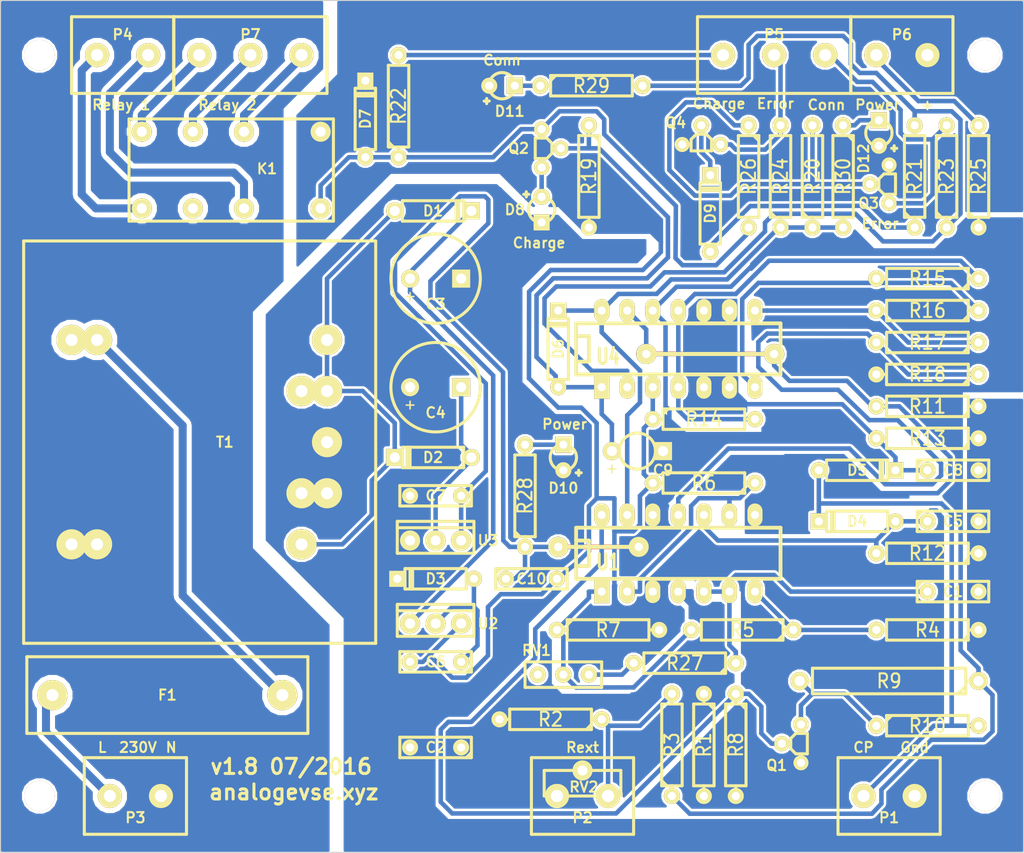
<source format=kicad_pcb>
(kicad_pcb (version 4) (host pcbnew no-vcs-found-product)
  (title_block (title AnalogEVSE) (date 2016-01-31) (rev 1.6) (comment 1 "Analog J1772 charge controller"))
  (layers (0 F.Cu signal) (31 B.Cu signal) (34 B.Paste user) (35 F.Paste user) (36 B.SilkS user) (37 F.SilkS user) (38 B.Mask user) (39 F.Mask user) (44 Edge.Cuts user))
  (net 0 "")
  (net 1 +12V)
  (net 2 -12V)
  (net 3 GND)
  (net 4 Vcharge)
  (net 5 Vconn)
  (net 6 Vmin)
  (net 7 Vneg)
  (net 8 "Net-(C1-Pad1)")
  (net 9 "Net-(C2-Pad1)")
  (net 10 "Net-(C3-Pad1)")
  (net 11 "Net-(C4-Pad2)")
  (net 12 "Net-(C5-Pad1)")
  (net 13 "Net-(C6-Pad1)")
  (net 14 "Net-(C8-Pad1)")
  (net 15 "Net-(C9-Pad1)")
  (net 16 "Net-(D1-Pad1)")
  (net 17 "Net-(D4-Pad2)")
  (net 18 "Net-(D6-Pad2)")
  (net 19 "Net-(D7-Pad1)")
  (net 20 "Net-(D8-Pad1)")
  (net 21 "Net-(D9-Pad2)")
  (net 22 "Net-(D9-Pad1)")
  (net 23 "Net-(F1-Pad1)")
  (net 24 "Net-(F1-Pad2)")
  (net 25 "Net-(K1-Pad16)")
  (net 26 "Net-(K1-Pad1)")
  (net 27 "Net-(K1-Pad3)")
  (net 28 "Net-(K1-Pad5)")
  (net 29 "Net-(K1-Pad12)")
  (net 30 "Net-(K1-Pad14)")
  (net 31 "Net-(P2-Pad2)")
  (net 32 "Net-(P3-Pad2)")
  (net 33 "Net-(P5-Pad2)")
  (net 34 "Net-(Q1-Pad2)")
  (net 35 "Net-(Q1-Pad1)")
  (net 36 "Net-(Q3-Pad2)")
  (net 37 "Net-(R4-Pad2)")
  (net 38 "Net-(R5-Pad2)")
  (net 39 "Net-(R6-Pad1)")
  (net 40 "Net-(R11-Pad2)")
  (net 41 "Net-(R21-Pad2)")
  (net 42 "Net-(RV1-Pad1)")
  (net 43 "Net-(R27-Pad2)")
  (net 44 "Net-(P5-Pad1)")
  (net 45 "Net-(P5-Pad3)")
  (net 46 "Net-(D10-Pad2)")
  (net 47 "Net-(P6-Pad2)")
  (net 48 "Net-(D11-Pad2)")
  (net 49 "Net-(D12-Pad2)")
  (module DrillPad-3mm (layer F.Cu) (at 45.085 38.735)
    (fp_text reference "" hide)
    (fp_text value WireBridgePad hide)
    (pad "" thru_hole circle (at 0 0) (size 3 3) (drill 3) (layers *.Cu *.Mask F.SilkS))
  )
  (module mylib:C2 (layer F.Cu) (at 135.89 92.075)
    (fp_text reference C1 (at 0 0) (layer F.SilkS) (effects (font (size 1.016 1.016) (thickness 0.2032))))
    (fp_text value 5n6 hide)
    (pad 1 thru_hole circle (at -2.54 0) (size 1.6 1.6) (drill 0.8) (layers *.Cu *.Mask F.SilkS) (net 8 "Net-(C1-Pad1)"))
    (pad 2 thru_hole circle (at 2.54 0) (size 1.6 1.6) (drill 0.8) (layers *.Cu *.Mask F.SilkS) (net 3 GND))
  )
  (module mylib:C2 (layer F.Cu) (at 84.455 107.569 180)
    (fp_text reference C2 (at 0 0 180) (layer F.SilkS) (effects (font (size 1.016 1.016) (thickness 0.2032))))
    (fp_text value 100n hide)
    (pad 1 thru_hole circle (at -2.54 0 180) (size 1.6 1.6) (drill 0.8) (layers *.Cu *.Mask F.SilkS) (net 9 "Net-(C2-Pad1)"))
    (pad 2 thru_hole circle (at 2.54 0 180) (size 1.6 1.6) (drill 0.8) (layers *.Cu *.Mask F.SilkS) (net 3 GND))
  )
  (module mylib:C2 (layer F.Cu) (at 135.89 85.09)
    (fp_text reference C5 (at 0 0) (layer F.SilkS) (effects (font (size 1.016 1.016) (thickness 0.2032))))
    (fp_text value 100n hide)
    (pad 1 thru_hole circle (at -2.54 0) (size 1.6 1.6) (drill 0.8) (layers *.Cu *.Mask F.SilkS) (net 12 "Net-(C5-Pad1)"))
    (pad 2 thru_hole circle (at 2.54 0) (size 1.6 1.6) (drill 0.8) (layers *.Cu *.Mask F.SilkS) (net 3 GND))
  )
  (module mylib:C2 (layer F.Cu) (at 84.455 99.06 180)
    (fp_text reference C6 (at 0 0 180) (layer F.SilkS) (effects (font (size 1.016 1.016) (thickness 0.2032))))
    (fp_text value 100n hide)
    (pad 1 thru_hole circle (at -2.54 0 180) (size 1.6 1.6) (drill 0.8) (layers *.Cu *.Mask F.SilkS) (net 13 "Net-(C6-Pad1)"))
    (pad 2 thru_hole circle (at 2.54 0 180) (size 1.6 1.6) (drill 0.8) (layers *.Cu *.Mask F.SilkS) (net 1 +12V))
  )
  (module mylib:C2 (layer F.Cu) (at 84.455 82.55 180)
    (fp_text reference C7 (at 0 0 180) (layer F.SilkS) (effects (font (size 1.016 1.016) (thickness 0.2032))))
    (fp_text value 220n hide)
    (pad 1 thru_hole circle (at -2.54 0 180) (size 1.6 1.6) (drill 0.8) (layers *.Cu *.Mask F.SilkS) (net 2 -12V))
    (pad 2 thru_hole circle (at 2.54 0 180) (size 1.6 1.6) (drill 0.8) (layers *.Cu *.Mask F.SilkS) (net 3 GND))
  )
  (module mylib:C2 (layer F.Cu) (at 135.89 80.01)
    (fp_text reference C8 (at 0 0) (layer F.SilkS) (effects (font (size 1.016 1.016) (thickness 0.2032))))
    (fp_text value 100n hide)
    (pad 1 thru_hole circle (at -2.54 0) (size 1.6 1.6) (drill 0.8) (layers *.Cu *.Mask F.SilkS) (net 14 "Net-(C8-Pad1)"))
    (pad 2 thru_hole circle (at 2.54 0) (size 1.6 1.6) (drill 0.8) (layers *.Cu *.Mask F.SilkS) (net 3 GND))
  )
  (module mylib:D3 (layer F.Cu) (at 126.365 85.09 180)
    (fp_text reference D4 (at 0 0 180) (layer F.SilkS) (effects (font (size 1.016 1.016) (thickness 0.2032))))
    (fp_text value 1N4148 hide)
    (pad 2 thru_hole rect (at 3.81 0 180) (size 1.6 1.6) (drill 0.8) (layers *.Cu *.Mask F.SilkS) (net 17 "Net-(D4-Pad2)"))
    (pad 1 thru_hole circle (at -3.81 0 180) (size 1.6 1.6) (drill 0.8) (layers *.Cu *.Mask F.SilkS) (net 12 "Net-(C5-Pad1)"))
  )
  (module mylib:D3 (layer F.Cu) (at 126.365 80.01)
    (fp_text reference D5 (at 0 0) (layer F.SilkS) (effects (font (size 1.016 1.016) (thickness 0.2032))))
    (fp_text value 1N4148 hide)
    (pad 2 thru_hole rect (at 3.81 0) (size 1.6 1.6) (drill 0.8) (layers *.Cu *.Mask F.SilkS) (net 14 "Net-(C8-Pad1)"))
    (pad 1 thru_hole circle (at -3.81 0) (size 1.6 1.6) (drill 0.8) (layers *.Cu *.Mask F.SilkS) (net 17 "Net-(D4-Pad2)"))
  )
  (module mylib:D3 (layer F.Cu) (at 96.647 67.945 90)
    (fp_text reference D6 (at 0 0 90) (layer F.SilkS) (effects (font (size 1.016 1.016) (thickness 0.2032))))
    (fp_text value 1N4148 hide)
    (pad 2 thru_hole rect (at 3.81 0 90) (size 1.6 1.6) (drill 0.8) (layers *.Cu *.Mask F.SilkS) (net 18 "Net-(D6-Pad2)"))
    (pad 1 thru_hole circle (at -3.81 0 90) (size 1.6 1.6) (drill 0.8) (layers *.Cu *.Mask F.SilkS) (net 15 "Net-(C9-Pad1)"))
  )
  (module mylib:D3 (layer F.Cu) (at 77.47 45.085 90)
    (fp_text reference D7 (at 0 0 90) (layer F.SilkS) (effects (font (size 1.016 1.016) (thickness 0.2032))))
    (fp_text value 1N4148 hide)
    (pad 2 thru_hole rect (at 3.81 0 90) (size 1.6 1.6) (drill 0.8) (layers *.Cu *.Mask F.SilkS) (net 1 +12V))
    (pad 1 thru_hole circle (at -3.81 0 90) (size 1.6 1.6) (drill 0.8) (layers *.Cu *.Mask F.SilkS) (net 19 "Net-(D7-Pad1)"))
  )
  (module mylib:D3 (layer F.Cu) (at 111.76 54.483 90)
    (fp_text reference D9 (at 0 0 90) (layer F.SilkS) (effects (font (size 1.016 1.016) (thickness 0.2032))))
    (fp_text value SD101C hide)
    (pad 2 thru_hole rect (at 3.81 0 90) (size 1.6 1.6) (drill 0.8) (layers *.Cu *.Mask F.SilkS) (net 21 "Net-(D9-Pad2)"))
    (pad 1 thru_hole circle (at -3.81 0 90) (size 1.6 1.6) (drill 0.8) (layers *.Cu *.Mask F.SilkS) (net 22 "Net-(D9-Pad1)"))
  )
  (module mylib:R4-LARGE_PADS (layer F.Cu) (at 111.125 107.315 270)
    (fp_text reference R1 (at 0 0 270) (layer F.SilkS) (effects (font (size 1.397 1.27) (thickness 0.2032))))
    (fp_text value 5k6 hide)
    (pad 1 thru_hole circle (at -5.08 0 270) (size 1.6 1.6) (drill 0.8) (layers *.Cu *.Mask F.SilkS) (net 9 "Net-(C2-Pad1)"))
    (pad 2 thru_hole circle (at 5.08 0 270) (size 1.6 1.6) (drill 0.8) (layers *.Cu *.Mask F.SilkS) (net 1 +12V))
  )
  (module mylib:R4-LARGE_PADS (layer F.Cu) (at 95.885 104.775 180)
    (fp_text reference R2 (at 0 0 180) (layer F.SilkS) (effects (font (size 1.397 1.27) (thickness 0.2032))))
    (fp_text value 10k hide)
    (pad 1 thru_hole circle (at -5.08 0 180) (size 1.6 1.6) (drill 0.8) (layers *.Cu *.Mask F.SilkS) (net 31 "Net-(P2-Pad2)"))
    (pad 2 thru_hole circle (at 5.08 0 180) (size 1.6 1.6) (drill 0.8) (layers *.Cu *.Mask F.SilkS) (net 9 "Net-(C2-Pad1)"))
  )
  (module mylib:R4-LARGE_PADS (layer F.Cu) (at 107.95 107.315 90)
    (fp_text reference R3 (at 0 0 90) (layer F.SilkS) (effects (font (size 1.397 1.27) (thickness 0.2032))))
    (fp_text value 1k5 hide)
    (pad 1 thru_hole circle (at -5.08 0 90) (size 1.6 1.6) (drill 0.8) (layers *.Cu *.Mask F.SilkS) (net 2 -12V))
    (pad 2 thru_hole circle (at 5.08 0 90) (size 1.6 1.6) (drill 0.8) (layers *.Cu *.Mask F.SilkS) (net 31 "Net-(P2-Pad2)"))
  )
  (module mylib:R4-LARGE_PADS (layer F.Cu) (at 133.35 95.885 180)
    (fp_text reference R4 (at 0 0 180) (layer F.SilkS) (effects (font (size 1.397 1.27) (thickness 0.2032))))
    (fp_text value 100k hide)
    (pad 1 thru_hole circle (at -5.08 0 180) (size 1.6 1.6) (drill 0.8) (layers *.Cu *.Mask F.SilkS) (net 3 GND))
    (pad 2 thru_hole circle (at 5.08 0 180) (size 1.6 1.6) (drill 0.8) (layers *.Cu *.Mask F.SilkS) (net 37 "Net-(R4-Pad2)"))
  )
  (module mylib:R4-LARGE_PADS (layer F.Cu) (at 114.935 95.885 180)
    (fp_text reference R5 (at 0 0 180) (layer F.SilkS) (effects (font (size 1.397 1.27) (thickness 0.2032))))
    (fp_text value 100k hide)
    (pad 1 thru_hole circle (at -5.08 0 180) (size 1.6 1.6) (drill 0.8) (layers *.Cu *.Mask F.SilkS) (net 37 "Net-(R4-Pad2)"))
    (pad 2 thru_hole circle (at 5.08 0 180) (size 1.6 1.6) (drill 0.8) (layers *.Cu *.Mask F.SilkS) (net 38 "Net-(R5-Pad2)"))
  )
  (module mylib:R4-LARGE_PADS (layer F.Cu) (at 111.125 81.28 180)
    (fp_text reference R6 (at 0 0 180) (layer F.SilkS) (effects (font (size 1.397 1.27) (thickness 0.2032))))
    (fp_text value 10k hide)
    (pad 1 thru_hole circle (at -5.08 0 180) (size 1.6 1.6) (drill 0.8) (layers *.Cu *.Mask F.SilkS) (net 39 "Net-(R6-Pad1)"))
    (pad 2 thru_hole circle (at 5.08 0 180) (size 1.6 1.6) (drill 0.8) (layers *.Cu *.Mask F.SilkS) (net 1 +12V))
  )
  (module mylib:R4-LARGE_PADS (layer F.Cu) (at 101.6 95.885)
    (fp_text reference R7 (at 0 0) (layer F.SilkS) (effects (font (size 1.397 1.27) (thickness 0.2032))))
    (fp_text value 10k hide)
    (pad 1 thru_hole circle (at -5.08 0) (size 1.6 1.6) (drill 0.8) (layers *.Cu *.Mask F.SilkS) (net 38 "Net-(R5-Pad2)"))
    (pad 2 thru_hole circle (at 5.08 0) (size 1.6 1.6) (drill 0.8) (layers *.Cu *.Mask F.SilkS) (net 1 +12V))
  )
  (module mylib:R4-LARGE_PADS (layer F.Cu) (at 114.3 107.315 270)
    (fp_text reference R8 (at 0 0 270) (layer F.SilkS) (effects (font (size 1.397 1.27) (thickness 0.2032))))
    (fp_text value 10k hide)
    (pad 1 thru_hole circle (at -5.08 0 270) (size 1.6 1.6) (drill 0.8) (layers *.Cu *.Mask F.SilkS) (net 34 "Net-(Q1-Pad2)"))
    (pad 2 thru_hole circle (at 5.08 0 270) (size 1.6 1.6) (drill 0.8) (layers *.Cu *.Mask F.SilkS) (net 1 +12V))
  )
  (module mylib:R4-LARGE_PADS (layer F.Cu) (at 133.35 105.41)
    (fp_text reference R10 (at 0 0) (layer F.SilkS) (effects (font (size 1.397 1.27) (thickness 0.2032))))
    (fp_text value 1k hide)
    (pad 1 thru_hole circle (at -5.08 0) (size 1.6 1.6) (drill 0.8) (layers *.Cu *.Mask F.SilkS) (net 35 "Net-(Q1-Pad1)"))
    (pad 2 thru_hole circle (at 5.08 0) (size 1.6 1.6) (drill 0.8) (layers *.Cu *.Mask F.SilkS) (net 17 "Net-(D4-Pad2)"))
  )
  (module mylib:R4-LARGE_PADS (layer F.Cu) (at 133.35 73.66 180)
    (fp_text reference R11 (at 0 0 180) (layer F.SilkS) (effects (font (size 1.397 1.27) (thickness 0.2032))))
    (fp_text value 10k hide)
    (pad 1 thru_hole circle (at -5.08 0 180) (size 1.6 1.6) (drill 0.8) (layers *.Cu *.Mask F.SilkS) (net 3 GND))
    (pad 2 thru_hole circle (at 5.08 0 180) (size 1.6 1.6) (drill 0.8) (layers *.Cu *.Mask F.SilkS) (net 40 "Net-(R11-Pad2)"))
  )
  (module mylib:R4-LARGE_PADS (layer F.Cu) (at 133.35 88.265 180)
    (fp_text reference R12 (at 0 0 180) (layer F.SilkS) (effects (font (size 1.397 1.27) (thickness 0.2032))))
    (fp_text value 1M hide)
    (pad 1 thru_hole circle (at -5.08 0 180) (size 1.6 1.6) (drill 0.8) (layers *.Cu *.Mask F.SilkS) (net 3 GND))
    (pad 2 thru_hole circle (at 5.08 0 180) (size 1.6 1.6) (drill 0.8) (layers *.Cu *.Mask F.SilkS) (net 12 "Net-(C5-Pad1)"))
  )
  (module mylib:R4-LARGE_PADS (layer F.Cu) (at 133.35 76.835 180)
    (fp_text reference R13 (at 0 0 180) (layer F.SilkS) (effects (font (size 1.397 1.27) (thickness 0.2032))))
    (fp_text value 1M hide)
    (pad 1 thru_hole circle (at -5.08 0 180) (size 1.6 1.6) (drill 0.8) (layers *.Cu *.Mask F.SilkS) (net 3 GND))
    (pad 2 thru_hole circle (at 5.08 0 180) (size 1.6 1.6) (drill 0.8) (layers *.Cu *.Mask F.SilkS) (net 14 "Net-(C8-Pad1)"))
  )
  (module mylib:R4-LARGE_PADS (layer F.Cu) (at 111.125 74.93)
    (fp_text reference R14 (at 0 0) (layer F.SilkS) (effects (font (size 1.397 1.27) (thickness 0.2032))))
    (fp_text value 4k7 hide)
    (pad 1 thru_hole circle (at -5.08 0) (size 1.6 1.6) (drill 0.8) (layers *.Cu *.Mask F.SilkS) (net 1 +12V))
    (pad 2 thru_hole circle (at 5.08 0) (size 1.6 1.6) (drill 0.8) (layers *.Cu *.Mask F.SilkS) (net 5 Vconn))
  )
  (module mylib:R4-LARGE_PADS (layer F.Cu) (at 133.35 60.96 180)
    (fp_text reference R15 (at 0 0 180) (layer F.SilkS) (effects (font (size 1.397 1.27) (thickness 0.2032))))
    (fp_text value 3k3 hide)
    (pad 1 thru_hole circle (at -5.08 0 180) (size 1.6 1.6) (drill 0.8) (layers *.Cu *.Mask F.SilkS) (net 5 Vconn))
    (pad 2 thru_hole circle (at 5.08 0 180) (size 1.6 1.6) (drill 0.8) (layers *.Cu *.Mask F.SilkS) (net 4 Vcharge))
  )
  (module mylib:R4-LARGE_PADS (layer F.Cu) (at 133.35 64.135 180)
    (fp_text reference R16 (at 0 0 180) (layer F.SilkS) (effects (font (size 1.397 1.27) (thickness 0.2032))))
    (fp_text value 5k6 hide)
    (pad 1 thru_hole circle (at -5.08 0 180) (size 1.6 1.6) (drill 0.8) (layers *.Cu *.Mask F.SilkS) (net 4 Vcharge))
    (pad 2 thru_hole circle (at 5.08 0 180) (size 1.6 1.6) (drill 0.8) (layers *.Cu *.Mask F.SilkS) (net 6 Vmin))
  )
  (module mylib:R4-LARGE_PADS (layer F.Cu) (at 133.35 67.31 180)
    (fp_text reference R17 (at 0 0 180) (layer F.SilkS) (effects (font (size 1.397 1.27) (thickness 0.2032))))
    (fp_text value 15k hide)
    (pad 1 thru_hole circle (at -5.08 0 180) (size 1.6 1.6) (drill 0.8) (layers *.Cu *.Mask F.SilkS) (net 6 Vmin))
    (pad 2 thru_hole circle (at 5.08 0 180) (size 1.6 1.6) (drill 0.8) (layers *.Cu *.Mask F.SilkS) (net 7 Vneg))
  )
  (module mylib:R4-LARGE_PADS (layer F.Cu) (at 133.35 70.485 180)
    (fp_text reference R18 (at 0 0 180) (layer F.SilkS) (effects (font (size 1.397 1.27) (thickness 0.2032))))
    (fp_text value 1k hide)
    (pad 1 thru_hole circle (at -5.08 0 180) (size 1.6 1.6) (drill 0.8) (layers *.Cu *.Mask F.SilkS) (net 7 Vneg))
    (pad 2 thru_hole circle (at 5.08 0 180) (size 1.6 1.6) (drill 0.8) (layers *.Cu *.Mask F.SilkS) (net 2 -12V))
  )
  (module mylib:R4-LARGE_PADS (layer F.Cu) (at 99.695 50.8 270)
    (fp_text reference R19 (at 0 0 270) (layer F.SilkS) (effects (font (size 1.397 1.27) (thickness 0.2032))))
    (fp_text value 47k hide)
    (pad 1 thru_hole circle (at -5.08 0 270) (size 1.6 1.6) (drill 0.8) (layers *.Cu *.Mask F.SilkS) (net 15 "Net-(C9-Pad1)"))
    (pad 2 thru_hole circle (at 5.08 0 270) (size 1.6 1.6) (drill 0.8) (layers *.Cu *.Mask F.SilkS) (net 1 +12V))
  )
  (module mylib:R4-LARGE_PADS (layer F.Cu) (at 121.92 50.8 90)
    (fp_text reference R20 (at 0 0 90) (layer F.SilkS) (effects (font (size 1.397 1.27) (thickness 0.2032))))
    (fp_text value 100k hide)
    (pad 1 thru_hole circle (at -5.08 0 90) (size 1.6 1.6) (drill 0.8) (layers *.Cu *.Mask F.SilkS) (net 18 "Net-(D6-Pad2)"))
    (pad 2 thru_hole circle (at 5.08 0 90) (size 1.6 1.6) (drill 0.8) (layers *.Cu *.Mask F.SilkS) (net 36 "Net-(Q3-Pad2)"))
  )
  (module mylib:R4-LARGE_PADS (layer F.Cu) (at 132.08 50.8 90)
    (fp_text reference R21 (at 0 0 90) (layer F.SilkS) (effects (font (size 1.397 1.27) (thickness 0.2032))))
    (fp_text value 10k hide)
    (pad 1 thru_hole circle (at -5.08 0 90) (size 1.6 1.6) (drill 0.8) (layers *.Cu *.Mask F.SilkS) (net 22 "Net-(D9-Pad1)"))
    (pad 2 thru_hole circle (at 5.08 0 90) (size 1.6 1.6) (drill 0.8) (layers *.Cu *.Mask F.SilkS) (net 41 "Net-(R21-Pad2)"))
  )
  (module mylib:R4-LARGE_PADS (layer F.Cu) (at 80.772 43.815 90)
    (fp_text reference R22 (at 0 0 90) (layer F.SilkS) (effects (font (size 1.397 1.27) (thickness 0.2032))))
    (fp_text value 2k2 hide)
    (pad 1 thru_hole circle (at -5.08 0 90) (size 1.6 1.6) (drill 0.8) (layers *.Cu *.Mask F.SilkS) (net 19 "Net-(D7-Pad1)"))
    (pad 2 thru_hole circle (at 5.08 0 90) (size 1.6 1.6) (drill 0.8) (layers *.Cu *.Mask F.SilkS) (net 44 "Net-(P5-Pad1)"))
  )
  (module mylib:R4-LARGE_PADS (layer F.Cu) (at 135.255 50.8 90)
    (fp_text reference R23 (at 0 0 90) (layer F.SilkS) (effects (font (size 1.397 1.27) (thickness 0.2032))))
    (fp_text value 4k7 hide)
    (pad 1 thru_hole circle (at -5.08 0 90) (size 1.6 1.6) (drill 0.8) (layers *.Cu *.Mask F.SilkS) (net 41 "Net-(R21-Pad2)"))
    (pad 2 thru_hole circle (at 5.08 0 90) (size 1.6 1.6) (drill 0.8) (layers *.Cu *.Mask F.SilkS) (net 45 "Net-(P5-Pad3)"))
  )
  (module mylib:R4-LARGE_PADS (layer F.Cu) (at 118.745 50.8 90)
    (fp_text reference R24 (at 0 0 90) (layer F.SilkS) (effects (font (size 1.397 1.27) (thickness 0.2032))))
    (fp_text value 4k7 hide)
    (pad 1 thru_hole circle (at -5.08 0 90) (size 1.6 1.6) (drill 0.8) (layers *.Cu *.Mask F.SilkS) (net 18 "Net-(D6-Pad2)"))
    (pad 2 thru_hole circle (at 5.08 0 90) (size 1.6 1.6) (drill 0.8) (layers *.Cu *.Mask F.SilkS) (net 33 "Net-(P5-Pad2)"))
  )
  (module mylib:R4-LARGE_PADS (layer F.Cu) (at 138.43 50.8 90)
    (fp_text reference R25 (at 0 0 90) (layer F.SilkS) (effects (font (size 1.397 1.27) (thickness 0.2032))))
    (fp_text value 4k7 hide)
    (pad 1 thru_hole circle (at -5.08 0 90) (size 1.6 1.6) (drill 0.8) (layers *.Cu *.Mask F.SilkS) (net 2 -12V))
    (pad 2 thru_hole circle (at 5.08 0 90) (size 1.6 1.6) (drill 0.8) (layers *.Cu *.Mask F.SilkS) (net 47 "Net-(P6-Pad2)"))
  )
  (module mylib:R4-LARGE_PADS (layer F.Cu) (at 115.57 50.8 270)
    (fp_text reference R26 (at 0 0 270) (layer F.SilkS) (effects (font (size 1.397 1.27) (thickness 0.2032))))
    (fp_text value 100k hide)
    (pad 1 thru_hole circle (at -5.08 0 270) (size 1.6 1.6) (drill 0.8) (layers *.Cu *.Mask F.SilkS) (net 36 "Net-(Q3-Pad2)"))
    (pad 2 thru_hole circle (at 5.08 0 270) (size 1.6 1.6) (drill 0.8) (layers *.Cu *.Mask F.SilkS) (net 19 "Net-(D7-Pad1)"))
  )
  (module mylib:D3-big (layer F.Cu) (at 84.201 54.229)
    (fp_text reference D1 (at 0 0) (layer F.SilkS) (effects (font (size 1.016 1.016) (thickness 0.2032))))
    (fp_text value 1N4002 hide)
    (pad 2 thru_hole rect (at 3.81 0) (size 1.7 1.7) (drill 1) (layers *.Cu *.Mask F.SilkS) (net 10 "Net-(C3-Pad1)"))
    (pad 1 thru_hole circle (at -3.81 0) (size 1.7 1.7) (drill 1) (layers *.Cu *.Mask F.SilkS) (net 16 "Net-(D1-Pad1)"))
  )
  (module mylib:D3-big (layer F.Cu) (at 84.201 78.74 180)
    (fp_text reference D2 (at 0 0 180) (layer F.SilkS) (effects (font (size 1.016 1.016) (thickness 0.2032))))
    (fp_text value 1N4002 hide)
    (pad 2 thru_hole rect (at 3.81 0 180) (size 1.7 1.7) (drill 1) (layers *.Cu *.Mask F.SilkS) (net 16 "Net-(D1-Pad1)"))
    (pad 1 thru_hole circle (at -3.81 0 180) (size 1.7 1.7) (drill 1) (layers *.Cu *.Mask F.SilkS) (net 11 "Net-(C4-Pad2)"))
  )
  (module mylib:R8 (layer F.Cu) (at 129.54 100.965 180)
    (fp_text reference R9 (at 0 0 180) (layer F.SilkS) (effects (font (size 1.397 1.27) (thickness 0.2032))))
    (fp_text value 1k/1W hide)
    (pad 1 thru_hole circle (at -8.89 0 180) (size 1.8 1.8) (drill 1) (layers *.Cu *.Mask F.SilkS) (net 2 -12V))
    (pad 2 thru_hole circle (at 8.89 0 180) (size 1.8 1.8) (drill 1) (layers *.Cu *.Mask F.SilkS) (net 35 "Net-(Q1-Pad1)"))
  )
  (module mylib:D3 (layer F.Cu) (at 84.455 90.805 180)
    (fp_text reference D3 (at 0 0 180) (layer F.SilkS) (effects (font (size 1.016 1.016) (thickness 0.2032))))
    (fp_text value 1N4148 hide)
    (pad 2 thru_hole rect (at 3.81 0 180) (size 1.6 1.6) (drill 0.8) (layers *.Cu *.Mask F.SilkS) (net 3 GND))
    (pad 1 thru_hole circle (at -3.81 0 180) (size 1.6 1.6) (drill 0.8) (layers *.Cu *.Mask F.SilkS) (net 13 "Net-(C6-Pad1)"))
  )
  (module mylib:R4-LARGE_PADS (layer F.Cu) (at 109.22 99.187 180)
    (fp_text reference R27 (at 0 0 180) (layer F.SilkS) (effects (font (size 1.397 1.27) (thickness 0.2032))))
    (fp_text value 47k hide)
    (pad 1 thru_hole circle (at -5.08 0 180) (size 1.6 1.6) (drill 0.8) (layers *.Cu *.Mask F.SilkS) (net 8 "Net-(C1-Pad1)"))
    (pad 2 thru_hole circle (at 5.08 0 180) (size 1.6 1.6) (drill 0.8) (layers *.Cu *.Mask F.SilkS) (net 43 "Net-(R27-Pad2)"))
  )
  (module mylib:IC-DIP-14 (layer F.Cu) (at 108.585 88.265)
    (fp_text reference U1 (at -6.985 0.889) (layer F.SilkS) (effects (font (size 1.524 1.143) (thickness 0.3048))))
    (fp_text value LM2901 hide)
    (pad 1 thru_hole rect (at -7.62 3.81) (size 1.5 2.286) (drill 0.8) (layers *.Cu *.Mask F.SilkS) (net 38 "Net-(R5-Pad2)"))
    (pad 2 thru_hole oval (at -5.08 3.81) (size 1.5 2.286) (drill 0.8) (layers *.Cu *.Mask F.SilkS) (net 39 "Net-(R6-Pad1)"))
    (pad 3 thru_hole oval (at -2.54 3.81) (size 1.5 2.286) (drill 0.8) (layers *.Cu *.Mask F.SilkS) (net 1 +12V))
    (pad 4 thru_hole oval (at 0 3.81) (size 1.5 2.286) (drill 0.8) (layers *.Cu *.Mask F.SilkS) (net 9 "Net-(C2-Pad1)"))
    (pad 5 thru_hole oval (at 2.54 3.81) (size 1.5 2.286) (drill 0.8) (layers *.Cu *.Mask F.SilkS) (net 8 "Net-(C1-Pad1)"))
    (pad 6 thru_hole oval (at 5.08 3.81) (size 1.5 2.286) (drill 0.8) (layers *.Cu *.Mask F.SilkS) (net 8 "Net-(C1-Pad1)"))
    (pad 7 thru_hole oval (at 7.62 3.81) (size 1.5 2.286) (drill 0.8) (layers *.Cu *.Mask F.SilkS) (net 37 "Net-(R4-Pad2)"))
    (pad 8 thru_hole oval (at 7.62 -3.81) (size 1.5 2.286) (drill 0.8) (layers *.Cu *.Mask F.SilkS) (net 40 "Net-(R11-Pad2)"))
    (pad 9 thru_hole oval (at 5.08 -3.81) (size 1.5 2.286) (drill 0.8) (layers *.Cu *.Mask F.SilkS) (net 39 "Net-(R6-Pad1)"))
    (pad 10 thru_hole oval (at 2.54 -3.81) (size 1.5 2.286) (drill 0.8) (layers *.Cu *.Mask F.SilkS) (net 12 "Net-(C5-Pad1)"))
    (pad 11 thru_hole oval (at 0 -3.81) (size 1.5 2.286) (drill 0.8) (layers *.Cu *.Mask F.SilkS) (net 7 Vneg))
    (pad 12 thru_hole oval (at -2.54 -3.81) (size 1.5 2.286) (drill 0.8) (layers *.Cu *.Mask F.SilkS) (net 2 -12V))
    (pad 13 thru_hole oval (at -5.08 -3.81) (size 1.5 2.286) (drill 0.8) (layers *.Cu *.Mask F.SilkS) (net 18 "Net-(D6-Pad2)"))
    (pad 14 thru_hole oval (at -7.62 -3.81) (size 1.5 2.286) (drill 0.8) (layers *.Cu *.Mask F.SilkS) (net 34 "Net-(Q1-Pad2)"))
  )
  (module mylib:IC-DIP-14 (layer F.Cu) (at 108.585 67.945)
    (fp_text reference U4 (at -6.985 0.762) (layer F.SilkS) (effects (font (size 1.524 1.143) (thickness 0.3048))))
    (fp_text value LM2901 hide)
    (pad 1 thru_hole rect (at -7.62 3.81) (size 1.5 2.286) (drill 0.8) (layers *.Cu *.Mask F.SilkS) (net 15 "Net-(C9-Pad1)"))
    (pad 2 thru_hole oval (at -5.08 3.81) (size 1.5 2.286) (drill 0.8) (layers *.Cu *.Mask F.SilkS) (net 41 "Net-(R21-Pad2)"))
    (pad 3 thru_hole oval (at -2.54 3.81) (size 1.5 2.286) (drill 0.8) (layers *.Cu *.Mask F.SilkS) (net 1 +12V))
    (pad 4 thru_hole oval (at 0 3.81) (size 1.5 2.286) (drill 0.8) (layers *.Cu *.Mask F.SilkS) (net 5 Vconn))
    (pad 5 thru_hole oval (at 2.54 3.81) (size 1.5 2.286) (drill 0.8) (layers *.Cu *.Mask F.SilkS) (net 14 "Net-(C8-Pad1)"))
    (pad 6 thru_hole oval (at 5.08 3.81) (size 1.5 2.286) (drill 0.8) (layers *.Cu *.Mask F.SilkS) (net 14 "Net-(C8-Pad1)"))
    (pad 7 thru_hole oval (at 7.62 3.81) (size 1.5 2.286) (drill 0.8) (layers *.Cu *.Mask F.SilkS) (net 4 Vcharge))
    (pad 8 thru_hole oval (at 7.62 -3.81) (size 1.5 2.286) (drill 0.8) (layers *.Cu *.Mask F.SilkS) (net 6 Vmin))
    (pad 9 thru_hole oval (at 5.08 -3.81) (size 1.5 2.286) (drill 0.8) (layers *.Cu *.Mask F.SilkS) (net 14 "Net-(C8-Pad1)"))
    (pad 10 thru_hole oval (at 2.54 -3.81) (size 1.5 2.286) (drill 0.8) (layers *.Cu *.Mask F.SilkS) (net 14 "Net-(C8-Pad1)"))
    (pad 11 thru_hole oval (at 0 -3.81) (size 1.5 2.286) (drill 0.8) (layers *.Cu *.Mask F.SilkS) (net 5 Vconn))
    (pad 12 thru_hole oval (at -2.54 -3.81) (size 1.5 2.286) (drill 0.8) (layers *.Cu *.Mask F.SilkS) (net 2 -12V))
    (pad 13 thru_hole oval (at -5.08 -3.81) (size 1.5 2.286) (drill 0.8) (layers *.Cu *.Mask F.SilkS) (net 40 "Net-(R11-Pad2)"))
    (pad 14 thru_hole oval (at -7.62 -3.81) (size 1.5 2.286) (drill 0.8) (layers *.Cu *.Mask F.SilkS) (net 18 "Net-(D6-Pad2)"))
  )
  (module mylib:Term-2pin (layer F.Cu) (at 129.54 112.395)
    (fp_text reference P1 (at 0 2.159) (layer F.SilkS) (effects (font (size 1.016 1.016) (thickness 0.2032))))
    (fp_text value Pilot hide)
    (pad 1 thru_hole circle (at -2.54 0) (size 2.4 2.4) (drill 1.2) (layers *.Cu *.Mask F.SilkS) (net 17 "Net-(D4-Pad2)"))
    (pad 2 thru_hole circle (at 2.54 0) (size 2.4 2.4) (drill 1.2) (layers *.Cu *.Mask F.SilkS) (net 3 GND))
  )
  (module mylib:Term-2pin (layer F.Cu) (at 99.06 112.395)
    (fp_text reference P2 (at 0 2.159) (layer F.SilkS) (effects (font (size 1.016 1.016) (thickness 0.2032))))
    (fp_text value Rext hide)
    (pad 1 thru_hole circle (at -2.54 0) (size 2.4 2.4) (drill 1.2) (layers *.Cu *.Mask F.SilkS) (net 9 "Net-(C2-Pad1)"))
    (pad 2 thru_hole circle (at 2.54 0) (size 2.4 2.4) (drill 1.2) (layers *.Cu *.Mask F.SilkS) (net 31 "Net-(P2-Pad2)"))
  )
  (module mylib:Term-2pin (layer F.Cu) (at 54.61 112.395)
    (fp_text reference P3 (at 0 2.159) (layer F.SilkS) (effects (font (size 1.016 1.016) (thickness 0.2032))))
    (fp_text value 230V hide)
    (pad 1 thru_hole circle (at -2.54 0) (size 2.4 2.4) (drill 1.2) (layers *.Cu *.Mask F.SilkS) (net 23 "Net-(F1-Pad1)"))
    (pad 2 thru_hole circle (at 2.54 0) (size 2.4 2.4) (drill 1.2) (layers *.Cu *.Mask F.SilkS) (net 32 "Net-(P3-Pad2)"))
  )
  (module mylib:Term-2pin (layer F.Cu) (at 53.34 38.735 180)
    (fp_text reference P4 (at 0 2.032 180) (layer F.SilkS) (effects (font (size 1.016 1.016) (thickness 0.2032))))
    (fp_text value "Relay 1" hide)
    (pad 1 thru_hole circle (at -2.54 0 180) (size 2.4 2.4) (drill 1.2) (layers *.Cu *.Mask F.SilkS) (net 28 "Net-(K1-Pad5)"))
    (pad 2 thru_hole circle (at 2.54 0 180) (size 2.4 2.4) (drill 1.2) (layers *.Cu *.Mask F.SilkS) (net 26 "Net-(K1-Pad1)"))
  )
  (module mylib:Term-2pin (layer F.Cu) (at 130.81 38.735 180)
    (fp_text reference P6 (at 0 2.032 180) (layer F.SilkS) (effects (font (size 1.016 1.016) (thickness 0.2032))))
    (fp_text value Power hide)
    (pad 1 thru_hole circle (at -2.54 0 180) (size 2.4 2.4) (drill 1.2) (layers *.Cu *.Mask F.SilkS) (net 1 +12V))
    (pad 2 thru_hole circle (at 2.54 0 180) (size 2.4 2.4) (drill 1.2) (layers *.Cu *.Mask F.SilkS) (net 47 "Net-(P6-Pad2)"))
  )
  (module mylib:Fuse-RM9 (layer F.Cu) (at 57.785 102.362)
    (fp_text reference F1 (at 0 0) (layer F.SilkS) (effects (font (size 1.016 1.016) (thickness 0.2032))))
    (fp_text value 100mA hide)
    (pad 1 thru_hole circle (at -11.43 0) (size 3 3) (drill 1.2) (layers *.Cu *.Mask F.SilkS) (net 23 "Net-(F1-Pad1)"))
    (pad 2 thru_hole circle (at 11.43 0) (size 3 3) (drill 1.2) (layers *.Cu *.Mask F.SilkS) (net 24 "Net-(F1-Pad2)"))
  )
  (module mylib:Relay (layer F.Cu) (at 55.245 50.165)
    (fp_text reference K1 (at 12.446 -0.127) (layer F.SilkS) (effects (font (size 1.016 1.016) (thickness 0.2032))))
    (fp_text value Relay hide)
    (pad 16 thru_hole circle (at 0 -3.81) (size 2 2) (drill 1) (layers *.Cu *.Mask F.SilkS) (net 25 "Net-(K1-Pad16)"))
    (pad 1 thru_hole circle (at 0 3.81) (size 2 2) (drill 1) (layers *.Cu *.Mask F.SilkS) (net 26 "Net-(K1-Pad1)"))
    (pad 3 thru_hole circle (at 5.08 3.81) (size 2 2) (drill 1) (layers *.Cu *.Mask F.SilkS) (net 27 "Net-(K1-Pad3)"))
    (pad 5 thru_hole circle (at 10.16 3.81) (size 2 2) (drill 1) (layers *.Cu *.Mask F.SilkS) (net 28 "Net-(K1-Pad5)"))
    (pad 8 thru_hole circle (at 17.78 3.81) (size 2 2) (drill 1) (layers *.Cu *.Mask F.SilkS) (net 19 "Net-(D7-Pad1)"))
    (pad 9 thru_hole circle (at 17.78 -3.81) (size 2 2) (drill 1) (layers *.Cu *.Mask F.SilkS) (net 1 +12V))
    (pad 12 thru_hole circle (at 10.16 -3.81) (size 2 2) (drill 1) (layers *.Cu *.Mask F.SilkS) (net 29 "Net-(K1-Pad12)"))
    (pad 14 thru_hole circle (at 5.08 -3.81) (size 2 2) (drill 1) (layers *.Cu *.Mask F.SilkS) (net 30 "Net-(K1-Pad14)"))
  )
  (module mylib:TO92 (layer F.Cu) (at 120.142 107.188 270)
    (fp_text reference Q1 (at 2.159 1.778 360) (layer F.SilkS) (effects (font (size 1.016 1.016) (thickness 0.2032))))
    (fp_text value BC337-40 hide)
    (pad 2 thru_hole circle (at 0 1.27 270) (size 1.5 1.5) (drill 0.8) (layers *.Cu *.Mask F.SilkS) (net 34 "Net-(Q1-Pad2)"))
    (pad 3 thru_hole circle (at 1.905 -0.635 270) (size 1.5 1.5) (drill 0.8) (layers *.Cu *.Mask F.SilkS) (net 1 +12V))
    (pad 1 thru_hole circle (at -1.905 -0.635 270) (size 1.5 1.5) (drill 0.8) (layers *.Cu *.Mask F.SilkS) (net 35 "Net-(Q1-Pad1)"))
  )
  (module mylib:TO92 (layer F.Cu) (at 95.631 48.006 90)
    (fp_text reference Q2 (at 0 -2.921 180) (layer F.SilkS) (effects (font (size 1.016 1.016) (thickness 0.2032))))
    (fp_text value BC337-40 hide)
    (pad 2 thru_hole circle (at 0 1.27 90) (size 1.5 1.5) (drill 0.8) (layers *.Cu *.Mask F.SilkS) (net 15 "Net-(C9-Pad1)"))
    (pad 3 thru_hole circle (at 1.905 -0.635 90) (size 1.5 1.5) (drill 0.8) (layers *.Cu *.Mask F.SilkS) (net 19 "Net-(D7-Pad1)"))
    (pad 1 thru_hole circle (at -1.905 -0.635 90) (size 1.5 1.5) (drill 0.8) (layers *.Cu *.Mask F.SilkS) (net 20 "Net-(D8-Pad1)"))
  )
  (module mylib:TO92 (layer F.Cu) (at 128.905 51.562 270)
    (fp_text reference Q3 (at 1.905 1.397 360) (layer F.SilkS) (effects (font (size 1.016 1.016) (thickness 0.2032))))
    (fp_text value BC557 hide)
    (pad 2 thru_hole circle (at 0 1.27 270) (size 1.5 1.5) (drill 0.8) (layers *.Cu *.Mask F.SilkS) (net 36 "Net-(Q3-Pad2)"))
    (pad 3 thru_hole circle (at 1.905 -0.635 270) (size 1.5 1.5) (drill 0.8) (layers *.Cu *.Mask F.SilkS) (net 45 "Net-(P5-Pad3)"))
    (pad 1 thru_hole circle (at -1.905 -0.635 270) (size 1.5 1.5) (drill 0.8) (layers *.Cu *.Mask F.SilkS) (net 1 +12V))
  )
  (module mylib:TO92 (layer F.Cu) (at 110.871 46.99 180)
    (fp_text reference Q4 (at 2.54 1.524 180) (layer F.SilkS) (effects (font (size 1.016 1.016) (thickness 0.2032))))
    (fp_text value BC337-40 hide)
    (pad 2 thru_hole circle (at 0 1.27 180) (size 1.5 1.5) (drill 0.8) (layers *.Cu *.Mask F.SilkS) (net 21 "Net-(D9-Pad2)"))
    (pad 3 thru_hole circle (at 1.905 -0.635 180) (size 1.5 1.5) (drill 0.8) (layers *.Cu *.Mask F.SilkS) (net 1 +12V))
    (pad 1 thru_hole circle (at -1.905 -0.635 180) (size 1.5 1.5) (drill 0.8) (layers *.Cu *.Mask F.SilkS) (net 33 "Net-(P5-Pad2)"))
  )
  (module mylib:Trimpot (layer F.Cu) (at 97.155 100.33)
    (fp_text reference RV1 (at -2.667 -2.413) (layer F.SilkS) (effects (font (size 1.016 1.016) (thickness 0.2032))))
    (fp_text value 100k hide)
    (pad 1 thru_hole circle (at -2.54 0) (size 1.6 1.6) (drill 0.8) (layers *.Cu *.Mask F.SilkS) (net 42 "Net-(RV1-Pad1)"))
    (pad 2 thru_hole circle (at 0 0) (size 1.6 1.6) (drill 0.8) (layers *.Cu *.Mask F.SilkS) (net 38 "Net-(R5-Pad2)"))
    (pad 3 thru_hole circle (at 2.54 0) (size 1.6 1.6) (drill 0.8) (layers *.Cu *.Mask F.SilkS) (net 43 "Net-(R27-Pad2)"))
  )
  (module mylib:Printtrafo (layer F.Cu) (at 63.5 77.216 90)
    (fp_text reference T1 (at 0 0 180) (layer F.SilkS) (effects (font (size 1.016 1.016) (thickness 0.2032))))
    (fp_text value 12V/3VA hide)
    (pad 3 thru_hole circle (at 5.08 7.62 90) (size 3 3) (drill 1.2) (layers *.Cu *.Mask F.SilkS) (net 16 "Net-(D1-Pad1)"))
    (pad 3 thru_hole circle (at 10.16 10.16 90) (size 3 3) (drill 1.2) (layers *.Cu *.Mask F.SilkS) (net 16 "Net-(D1-Pad1)"))
    (pad 4 thru_hole circle (at 0 10.16 90) (size 3 3) (drill 1.2) (layers *.Cu *.Mask F.SilkS) (net 3 GND))
    (pad 4 thru_hole circle (at -5.08 7.62 90) (size 3 3) (drill 1.2) (layers *.Cu *.Mask F.SilkS) (net 3 GND))
    (pad 3 thru_hole circle (at -10.16 7.62 90) (size 3 3) (drill 1.2) (layers *.Cu *.Mask F.SilkS) (net 16 "Net-(D1-Pad1)"))
    (pad 2 thru_hole circle (at 10.16 -12.7 90) (size 3 3) (drill 1.2) (layers *.Cu *.Mask F.SilkS) (net 24 "Net-(F1-Pad2)"))
    (pad 1 thru_hole circle (at -10.16 -12.7 90) (size 3 3) (drill 1.2) (layers *.Cu *.Mask F.SilkS) (net 32 "Net-(P3-Pad2)"))
    (pad 1 thru_hole circle (at -10.16 -15.24 90) (size 3 3) (drill 1.2) (layers *.Cu *.Mask F.SilkS) (net 32 "Net-(P3-Pad2)"))
    (pad 2 thru_hole circle (at 10.16 -15.24 90) (size 3 3) (drill 1.2) (layers *.Cu *.Mask F.SilkS) (net 24 "Net-(F1-Pad2)"))
    (pad 3 thru_hole circle (at 5.08 10.16 90) (size 3 3) (drill 1.2) (layers *.Cu *.Mask F.SilkS) (net 16 "Net-(D1-Pad1)"))
    (pad 4 thru_hole circle (at -5.08 10.16 90) (size 3 3) (drill 1.2) (layers *.Cu *.Mask F.SilkS) (net 3 GND))
  )
  (module mylib:Term-3pin (layer F.Cu) (at 118.11 38.735)
    (fp_text reference P5 (at 0 -2.032) (layer F.SilkS) (effects (font (size 1.016 1.016) (thickness 0.2032))))
    (fp_text value "Status LEDs" hide)
    (pad 1 thru_hole circle (at -5.08 0) (size 2.4 2.4) (drill 1.2) (layers *.Cu *.Mask F.SilkS) (net 44 "Net-(P5-Pad1)"))
    (pad 2 thru_hole circle (at 0 0) (size 2.4 2.4) (drill 1.2) (layers *.Cu *.Mask F.SilkS) (net 33 "Net-(P5-Pad2)"))
    (pad 3 thru_hole circle (at 5.08 0) (size 2.4 2.4) (drill 1.2) (layers *.Cu *.Mask F.SilkS) (net 45 "Net-(P5-Pad3)"))
  )
  (module mylib:WireBridgePad (layer F.Cu) (at 118.11 68.453)
    (fp_text reference "" hide)
    (fp_text value WireBridgePad hide)
    (pad 2 thru_hole circle (at 0 0) (size 2 2) (drill 0.8) (layers *.Cu *.Mask F.SilkS) (net 40 "Net-(R11-Pad2)"))
  )
  (module mylib:WireBridgePad (layer F.Cu) (at 105.41 68.453)
    (fp_text reference "" hide)
    (fp_text value WireBridgePad hide)
    (pad 2 thru_hole circle (at 0 0) (size 2 2) (drill 0.8) (layers *.Cu *.Mask F.SilkS) (net 40 "Net-(R11-Pad2)"))
  )
  (module mylib:WireBridgePad (layer F.Cu) (at 104.648 87.63)
    (fp_text reference "" hide)
    (fp_text value WireBridgePad hide)
    (pad 2 thru_hole circle (at 0 0) (size 2 2) (drill 0.8) (layers *.Cu *.Mask F.SilkS) (net 2 -12V))
  )
  (module mylib:WireBridgePad (layer F.Cu) (at 96.647 87.63)
    (fp_text reference "" hide)
    (fp_text value WireBridgePad hide)
    (pad 2 thru_hole circle (at 0 0) (size 2 2) (drill 0.8) (layers *.Cu *.Mask F.SilkS) (net 2 -12V))
  )
  (module mylib:DrillPad-3mm (layer F.Cu) (at 45.085 112.395)
    (fp_text reference "" hide)
    (fp_text value WireBridgePad hide)
    (pad "" thru_hole circle (at 0 0) (size 3 3) (drill 3) (layers *.Cu *.Mask F.SilkS))
  )
  (module mylib:DrillPad-3mm (layer F.Cu) (at 139.065 112.395)
    (fp_text reference "" hide)
    (fp_text value WireBridgePad hide)
    (pad "" thru_hole circle (at 0 0) (size 3 3) (drill 3) (layers *.Cu *.Mask F.SilkS))
  )
  (module mylib:DrillPad-3mm (layer F.Cu) (at 139.065 38.735)
    (fp_text reference "" hide)
    (fp_text value WireBridgePad hide)
    (pad "" thru_hole circle (at 0 0) (size 3 3) (drill 3) (layers *.Cu *.Mask F.SilkS))
  )
  (module mylib:R4-LARGE_PADS (layer F.Cu) (at 93.345 82.55 90)
    (fp_text reference R28 (at 0 0 90) (layer F.SilkS) (effects (font (size 1.397 1.27) (thickness 0.2032))))
    (fp_text value 4k7 hide)
    (pad 1 thru_hole circle (at -5.08 0 90) (size 1.6 1.6) (drill 0.8) (layers *.Cu *.Mask F.SilkS) (net 2 -12V))
    (pad 2 thru_hole circle (at 5.08 0 90) (size 1.6 1.6) (drill 0.8) (layers *.Cu *.Mask F.SilkS) (net 46 "Net-(D10-Pad2)"))
  )
  (module mylib:LED-3 (layer F.Cu) (at 97.155 78.74 90)
    (fp_text reference D10 (at -3.048 0 180) (layer F.SilkS) (effects (font (size 1.016 1.016) (thickness 0.2032))))
    (fp_text value Power hide)
    (pad 2 thru_hole rect (at 1.27 0 90) (size 1.6 1.6) (drill 0.8) (layers *.Cu *.Mask F.SilkS) (net 46 "Net-(D10-Pad2)"))
    (pad 1 thru_hole circle (at -1.27 0 90) (size 1.6 1.6) (drill 0.8) (layers *.Cu *.Mask F.SilkS) (net 3 GND))
  )
  (module mylib:LED-3 (layer F.Cu) (at 94.996 54.102 270)
    (fp_text reference D8 (at 0 2.667 360) (layer F.SilkS) (effects (font (size 1.016 1.016) (thickness 0.2032))))
    (fp_text value Charging hide)
    (pad 2 thru_hole rect (at 1.27 0 270) (size 1.6 1.6) (drill 0.8) (layers *.Cu *.Mask F.SilkS) (net 3 GND))
    (pad 1 thru_hole circle (at -1.27 0 270) (size 1.6 1.6) (drill 0.8) (layers *.Cu *.Mask F.SilkS) (net 20 "Net-(D8-Pad1)"))
  )
  (module mylib:LED-3 (layer F.Cu) (at 91.059 41.783)
    (fp_text reference D11 (at 0.762 2.54) (layer F.SilkS) (effects (font (size 1.016 1.016) (thickness 0.2032))))
    (fp_text value Conn hide)
    (pad 2 thru_hole rect (at 1.27 0) (size 1.6 1.6) (drill 0.8) (layers *.Cu *.Mask F.SilkS) (net 48 "Net-(D11-Pad2)"))
    (pad 1 thru_hole circle (at -1.27 0) (size 1.6 1.6) (drill 0.8) (layers *.Cu *.Mask F.SilkS) (net 1 +12V))
  )
  (module mylib:LED-3 (layer F.Cu) (at 128.524 46.482 90)
    (fp_text reference D12 (at -2.54 -1.524 270) (layer F.SilkS) (effects (font (size 1.016 1.016) (thickness 0.2032))))
    (fp_text value Error hide)
    (pad 2 thru_hole rect (at 1.27 0 90) (size 1.6 1.6) (drill 0.8) (layers *.Cu *.Mask F.SilkS) (net 49 "Net-(D12-Pad2)"))
    (pad 1 thru_hole circle (at -1.27 0 90) (size 1.6 1.6) (drill 0.8) (layers *.Cu *.Mask F.SilkS) (net 1 +12V))
  )
  (module mylib:R4-LARGE_PADS (layer F.Cu) (at 99.949 41.783)
    (fp_text reference R29 (at 0 0) (layer F.SilkS) (effects (font (size 1.397 1.27) (thickness 0.2032))))
    (fp_text value 4k7 hide)
    (pad 1 thru_hole circle (at -5.08 0) (size 1.6 1.6) (drill 0.8) (layers *.Cu *.Mask F.SilkS) (net 48 "Net-(D11-Pad2)"))
    (pad 2 thru_hole circle (at 5.08 0) (size 1.6 1.6) (drill 0.8) (layers *.Cu *.Mask F.SilkS) (net 41 "Net-(R21-Pad2)"))
  )
  (module mylib:R4-LARGE_PADS (layer F.Cu) (at 124.968 50.8 270)
    (fp_text reference R30 (at 0 0 270) (layer F.SilkS) (effects (font (size 1.397 1.27) (thickness 0.2032))))
    (fp_text value 4k7 hide)
    (pad 1 thru_hole circle (at -5.08 0 270) (size 1.6 1.6) (drill 0.8) (layers *.Cu *.Mask F.SilkS) (net 49 "Net-(D12-Pad2)"))
    (pad 2 thru_hole circle (at 5.08 0 270) (size 1.6 1.6) (drill 0.8) (layers *.Cu *.Mask F.SilkS) (net 18 "Net-(D6-Pad2)"))
  )
  (module mylib:LM7812 (layer F.Cu) (at 84.455 95.25)
    (fp_text reference U2 (at 5.207 0) (layer F.SilkS) (effects (font (size 1.016 1.016) (thickness 0.2032))))
    (fp_text value LM7812 hide)
    (pad VI thru_hole circle (at -2.54 0) (size 2 2) (drill 1) (layers *.Cu *.Mask F.SilkS) (net 10 "Net-(C3-Pad1)"))
    (pad GND thru_hole circle (at 0 0) (size 2 2) (drill 1) (layers *.Cu *.Mask F.SilkS) (net 13 "Net-(C6-Pad1)"))
    (pad VO thru_hole circle (at 2.54 0) (size 2 2) (drill 1) (layers *.Cu *.Mask F.SilkS) (net 1 +12V))
  )
  (module mylib:LM7912 (layer F.Cu) (at 84.455 86.995)
    (fp_text reference U3 (at 5.207 0) (layer F.SilkS) (effects (font (size 1.016 1.016) (thickness 0.2032))))
    (fp_text value LM7912 hide)
    (pad VI thru_hole circle (at 0 0) (size 2 2) (drill 1) (layers *.Cu *.Mask F.SilkS) (net 11 "Net-(C4-Pad2)"))
    (pad GND thru_hole circle (at -2.54 0) (size 2 2) (drill 1) (layers *.Cu *.Mask F.SilkS) (net 3 GND))
    (pad VO thru_hole circle (at 2.54 0) (size 2 2) (drill 1) (layers *.Cu *.Mask F.SilkS) (net 2 -12V))
  )
  (module mylib:C2 (layer F.Cu) (at 93.98 90.805)
    (fp_text reference C10 (at 0 0) (layer F.SilkS) (effects (font (size 1.016 1.016) (thickness 0.2032))))
    (fp_text value 150n hide)
    (pad 1 thru_hole circle (at -2.54 0) (size 1.6 1.6) (drill 0.8) (layers *.Cu *.Mask F.SilkS) (net 2 -12V))
    (pad 2 thru_hole circle (at 2.54 0) (size 1.6 1.6) (drill 0.8) (layers *.Cu *.Mask F.SilkS) (net 1 +12V))
  )
  (module mylib:Term-3pin (layer F.Cu) (at 66.04 38.735 180)
    (fp_text reference P7 (at 0 2.032 180) (layer F.SilkS) (effects (font (size 1.016 1.016) (thickness 0.2032))))
    (fp_text value "Relay 2" hide)
    (pad 1 thru_hole circle (at -5.08 0 180) (size 2.4 2.4) (drill 1.2) (layers *.Cu *.Mask F.SilkS) (net 29 "Net-(K1-Pad12)"))
    (pad 2 thru_hole circle (at 0 0 180) (size 2.4 2.4) (drill 1.2) (layers *.Cu *.Mask F.SilkS) (net 30 "Net-(K1-Pad14)"))
    (pad 3 thru_hole circle (at 5.08 0 180) (size 2.4 2.4) (drill 1.2) (layers *.Cu *.Mask F.SilkS) (net 25 "Net-(K1-Pad16)"))
  )
  (module mylib:Trimpot3 (layer F.Cu) (at 99.06 112.395)
    (fp_text reference RV2 (at 0.127 -0.889) (layer F.SilkS) (effects (font (size 1.016 1.016) (thickness 0.2032))))
    (fp_text value 10k hide)
    (pad 1 thru_hole circle (at -2.54 0) (size 2.4 2.4) (drill 1.2) (layers *.Cu *.Mask F.SilkS) (net 9 "Net-(C2-Pad1)"))
    (pad 2 thru_hole circle (at 0 -2.54) (size 2 2) (drill 1) (layers *.Cu *.Mask F.SilkS) (net 9 "Net-(C2-Pad1)"))
    (pad 3 thru_hole circle (at 2.54 0) (size 2.4 2.4) (drill 1.2) (layers *.Cu *.Mask F.SilkS) (net 31 "Net-(P2-Pad2)"))
  )
  (module mylib:C5 (layer F.Cu) (at 84.455 60.96)
    (fp_text reference C3 (at 0 2.54) (layer F.SilkS) (effects (font (size 1.016 1.016) (thickness 0.2032))))
    (fp_text value 220u/25V hide)
    (pad 2 thru_hole rect (at 2.54 0) (size 1.8 1.8) (drill 1) (layers *.Cu *.Mask F.SilkS) (net 3 GND))
    (pad 1 thru_hole circle (at -2.54 0) (size 1.8 1.8) (drill 1) (layers *.Cu *.Mask F.SilkS) (net 10 "Net-(C3-Pad1)"))
  )
  (module mylib:C5 (layer F.Cu) (at 84.455 71.755)
    (fp_text reference C4 (at 0 2.54) (layer F.SilkS) (effects (font (size 1.016 1.016) (thickness 0.2032))))
    (fp_text value 220u/25V hide)
    (pad 2 thru_hole rect (at 2.54 0) (size 1.8 1.8) (drill 1) (layers *.Cu *.Mask F.SilkS) (net 11 "Net-(C4-Pad2)"))
    (pad 1 thru_hole circle (at -2.54 0) (size 1.8 1.8) (drill 1) (layers *.Cu *.Mask F.SilkS) (net 3 GND))
  )
  (module mylib:C6 (layer F.Cu) (at 104.521 78.105)
    (fp_text reference C9 (at 2.54 1.905) (layer F.SilkS) (effects (font (size 1.016 1.016) (thickness 0.2032))))
    (fp_text value 4u7/16V hide)
    (pad 2 thru_hole rect (at 2.54 0) (size 1.8 1.8) (drill 1) (layers *.Cu *.Mask F.SilkS) (net 2 -12V))
    (pad 1 thru_hole circle (at -2.54 0) (size 1.8 1.8) (drill 1) (layers *.Cu *.Mask F.SilkS) (net 15 "Net-(C9-Pad1)"))
  )
  (gr_text Error (at 128.651 55.499) (layer F.SilkS) (effects (font (size 1 1) (thickness 0.2))))
  (gr_text Charge (at 94.742 57.404) (layer F.SilkS) (effects (font (size 1 1) (thickness 0.2))))
  (gr_text Conn (at 91.059 39.243) (layer F.SilkS) (effects (font (size 1 1) (thickness 0.2))))
  (gr_text "Relay 2" (at 63.754 43.688) (layer F.SilkS) (effects (font (size 1 1) (thickness 0.2))))
  (gr_text Power (at 97.282 75.438) (layer F.SilkS) (effects (font (size 1 1) (thickness 0.2))))
  (gr_line (start 96.647 87.63) (end 104.648 87.63) (angle 90) (layer F.SilkS) (width 0.4))
  (gr_line (start 105.41 68.453) (end 118.11 68.453) (angle 90) (layer F.SilkS) (width 0.4))
  (gr_text Gnd (at 132.08 107.569) (layer F.SilkS) (effects (font (size 1 1) (thickness 0.2))))
  (gr_text CP (at 127 107.569) (layer F.SilkS) (effects (font (size 1 1) (thickness 0.2))))
  (gr_text Rext (at 99.06 107.569) (layer F.SilkS) (effects (font (size 1 1) (thickness 0.2))))
  (gr_text 230V (at 54.864 107.569) (layer F.SilkS) (effects (font (size 1 1) (thickness 0.2))))
  (gr_text L (at 51.308 107.569) (layer F.SilkS) (effects (font (size 1 1) (thickness 0.2))))
  (gr_text N (at 58.166 107.569) (layer F.SilkS) (effects (font (size 1 1) (thickness 0.2))))
  (gr_text + (at 133.35 43.688) (layer F.SilkS) (effects (font (size 1 1) (thickness 0.2))))
  (gr_text Power (at 128.397 43.688) (layer F.SilkS) (effects (font (size 1 1) (thickness 0.2))))
  (gr_text Conn (at 123.317 43.688) (layer F.SilkS) (effects (font (size 1 1) (thickness 0.2))))
  (gr_text Error (at 118.237 43.561) (layer F.SilkS) (effects (font (size 1 1) (thickness 0.2))))
  (gr_text Charge (at 112.649 43.561) (layer F.SilkS) (effects (font (size 1 1) (thickness 0.2))))
  (gr_text "Relay 1" (at 53.213 43.688) (layer F.SilkS) (effects (font (size 1 1) (thickness 0.2))))
  (gr_text analogevse.xyz (at 70.358 112.014) (layer F.SilkS) (effects (font (size 1.5 1.5) (thickness 0.3))))
  (gr_text "v1.8 07/2016" (at 70.104 109.474) (layer F.SilkS) (effects (font (size 1.5 1.5) (thickness 0.3))))
  (gr_line (start 41.2 118) (end 41.2 33.31) (angle 90) (layer Edge.Cuts) (width 0.1))
  (gr_line (start 142.91 118) (end 41.2 118) (angle 90) (layer Edge.Cuts) (width 0.1))
  (gr_line (start 142.91 33.31) (end 142.91 118) (angle 90) (layer Edge.Cuts) (width 0.1))
  (gr_line (start 41.2 33.31) (end 142.91 33.31) (angle 90) (layer Edge.Cuts) (width 0.1))
  (segment (start 100.463 82.81) (end 100.463 75.317) (width 0.45) (layer B.Cu) (net 1))
  (segment (start 100.463 75.317) (end 98.933 73.787) (width 0.45) (layer B.Cu) (net 1))
  (segment (start 98.933 73.787) (end 96.647 73.787) (width 0.45) (layer B.Cu) (net 1))
  (segment (start 105.0566 60.1014) (end 106.8449 58.3131) (width 0.45) (layer B.Cu) (net 1))
  (segment (start 106.8449 57.2664) (end 105.4585 55.88) (width 0.45) (layer B.Cu) (net 1))
  (segment (start 106.8449 58.3131) (end 106.8449 57.2664) (width 0.45) (layer B.Cu) (net 1))
  (segment (start 95.9076 60.1014) (end 105.0566 60.1014) (width 0.45) (layer B.Cu) (net 1))
  (segment (start 99.695 55.88) (end 105.4585 55.88) (width 0.45) (layer B.Cu) (net 1))
  (segment (start 93.749879 62.259121) (end 95.9076 60.1014) (width 0.45) (layer B.Cu) (net 1))
  (segment (start 93.734563 70.874563) (end 93.749879 62.259121) (width 0.45) (layer B.Cu) (net 1))
  (segment (start 96.647 73.787) (end 93.734563 70.874563) (width 0.45) (layer B.Cu) (net 1))
  (segment (start 104.1146 86.0806) (end 102.2352 86.0806) (width 0.45) (layer B.Cu) (net 1))
  (segment (start 102.2352 86.0806) (end 102.2317 86.0841) (width 0.45) (layer B.Cu) (net 1))
  (segment (start 97.409 53.594) (end 97.409 50.419) (width 0.45) (layer B.Cu) (net 1))
  (segment (start 71.501 47.879) (end 71.501 55.372) (width 0.45) (layer B.Cu) (net 1))
  (segment (start 71.501 55.372) (end 72.136 56.007) (width 0.45) (layer B.Cu) (net 1))
  (segment (start 72.136 56.007) (end 73.66 56.007) (width 0.45) (layer B.Cu) (net 1))
  (segment (start 73.66 56.007) (end 79.375 50.292) (width 0.45) (layer B.Cu) (net 1))
  (segment (start 79.375 50.292) (end 80.01 50.292) (width 0.45) (layer B.Cu) (net 1))
  (segment (start 99.695 55.88) (end 97.409 53.594) (width 0.45) (layer B.Cu) (net 1))
  (segment (start 90.932 50.292) (end 80.01 50.292) (width 0.45) (layer B.Cu) (net 1))
  (segment (start 71.501 47.879) (end 73.025 46.355) (width 0.45) (layer B.Cu) (net 1))
  (segment (start 92.964 48.26) (end 90.932 50.292) (width 0.45) (layer B.Cu) (net 1))
  (segment (start 95.25 48.26) (end 92.964 48.26) (width 0.45) (layer B.Cu) (net 1))
  (segment (start 97.409 50.419) (end 95.25 48.26) (width 0.45) (layer B.Cu) (net 1))
  (segment (start 128.905 107.061) (end 123.444 112.522) (width 0.45) (layer B.Cu) (net 1))
  (segment (start 106.045 91.4476) (end 107.7896 89.703) (width 0.45) (layer B.Cu) (net 1))
  (segment (start 133.01 89.703) (end 107.7896 89.703) (width 0.45) (layer B.Cu) (net 1))
  (segment (start 134.747 91.44) (end 133.01 89.703) (width 0.45) (layer B.Cu) (net 1))
  (segment (start 134.747 101.219) (end 134.747 91.44) (width 0.45) (layer B.Cu) (net 1))
  (segment (start 128.905 107.061) (end 134.747 101.219) (width 0.45) (layer B.Cu) (net 1))
  (segment (start 123.444 112.522) (end 114.427 112.522) (width 0.45) (layer B.Cu) (net 1))
  (segment (start 114.427 112.522) (end 114.3 112.395) (width 0.45) (layer B.Cu) (net 1))
  (segment (start 106.045 91.4476) (end 106.045 92.075) (width 0.45) (layer B.Cu) (net 1))
  (segment (start 106.045 74.93) (end 106.045 71.755) (width 0.45) (layer B.Cu) (net 1))
  (segment (start 114.3 112.395) (end 111.125 112.395) (width 0.45) (layer B.Cu) (net 1))
  (segment (start 106.045 95.25) (end 106.045 93.7195) (width 0.45) (layer B.Cu) (net 1))
  (segment (start 106.68 95.885) (end 106.045 95.25) (width 0.45) (layer B.Cu) (net 1))
  (segment (start 86.995 95.25) (end 83.8592 98.3858) (width 0.45) (layer B.Cu) (net 1))
  (segment (start 83.185 99.06) (end 81.915 99.06) (width 0.45) (layer B.Cu) (net 1))
  (segment (start 83.8592 98.3858) (end 83.185 99.06) (width 0.45) (layer B.Cu) (net 1))
  (segment (start 106.045 93.7195) (end 106.045 92.075) (width 0.45) (layer B.Cu) (net 1))
  (segment (start 106.045 74.93) (end 105.156 75.819) (width 0.45) (layer B.Cu) (net 1))
  (segment (start 105.156 75.819) (end 105.156 80.391) (width 0.45) (layer B.Cu) (net 1))
  (segment (start 105.156 80.391) (end 106.045 81.28) (width 0.45) (layer B.Cu) (net 1))
  (segment (start 86.1008 100.6274) (end 83.8592 98.3858) (width 0.45) (layer B.Cu) (net 1))
  (segment (start 87.5106 100.6274) (end 86.1008 100.6274) (width 0.45) (layer B.Cu) (net 1))
  (segment (start 99.6983 88.0587) (end 98.565162 89.154) (width 0.45) (layer B.Cu) (net 1))
  (segment (start 98.565162 89.154) (end 96.52 90.805) (width 0.45) (layer B.Cu) (net 1))
  (segment (start 96.52 90.805) (end 94.996 92.329) (width 0.45) (layer B.Cu) (net 1))
  (segment (start 94.996 92.329) (end 90.932 92.329) (width 0.45) (layer B.Cu) (net 1))
  (segment (start 90.932 92.329) (end 89.662 93.599) (width 0.45) (layer B.Cu) (net 1))
  (segment (start 89.662 93.599) (end 89.662 98.430686) (width 0.45) (layer B.Cu) (net 1))
  (segment (start 89.662 98.430686) (end 87.5106 100.6274) (width 0.45) (layer B.Cu) (net 1))
  (segment (start 99.6983 83.5747) (end 99.6983 88.0587) (width 0.45) (layer B.Cu) (net 1))
  (segment (start 100.469 82.804) (end 100.463 82.81) (width 0.45) (layer B.Cu) (net 1))
  (segment (start 100.463 82.81) (end 99.6983 83.5747) (width 0.45) (layer B.Cu) (net 1))
  (segment (start 101.461 82.804) (end 100.469 82.804) (width 0.45) (layer B.Cu) (net 1))
  (segment (start 104.7717 82.5533) (end 106.045 81.28) (width 0.45) (layer B.Cu) (net 1))
  (segment (start 104.7717 85.4235) (end 104.7717 82.5533) (width 0.45) (layer B.Cu) (net 1))
  (segment (start 104.1111 86.0841) (end 104.1146 86.0806) (width 0.45) (layer B.Cu) (net 1))
  (segment (start 104.1146 86.0806) (end 104.7717 85.4235) (width 0.45) (layer B.Cu) (net 1))
  (segment (start 102.2317 92.9488) (end 102.2317 86.0841) (width 0.45) (layer B.Cu) (net 1))
  (segment (start 106.045 93.7195) (end 103.0024 93.7195) (width 0.45) (layer B.Cu) (net 1))
  (segment (start 103.0024 93.7195) (end 102.2317 92.9488) (width 0.45) (layer B.Cu) (net 1))
  (segment (start 114.3 112.395) (end 114.3 111.125) (width 0.45) (layer B.Cu) (net 1))
  (segment (start 102.2317 82.804) (end 101.461 82.804) (width 0.45) (layer B.Cu) (net 1))
  (segment (start 102.2317 86.0841) (end 102.2317 82.804) (width 0.45) (layer B.Cu) (net 1))
  (segment (start 91.44 90.805) (end 92.329 90.805) (width 0.45) (layer B.Cu) (net 2))
  (segment (start 93.345 89.789) (end 93.345 87.63) (width 0.45) (layer B.Cu) (net 2))
  (segment (start 92.329 90.805) (end 93.345 89.789) (width 0.45) (layer B.Cu) (net 2))
  (segment (start 138.43 100.965) (end 138.43 99.695) (width 0.45) (layer B.Cu) (net 2))
  (segment (start 136.652 97.917) (end 136.652 72.009) (width 0.45) (layer B.Cu) (net 2))
  (segment (start 138.43 99.695) (end 136.652 97.917) (width 0.45) (layer B.Cu) (net 2))
  (segment (start 106.045 84.455) (end 106.045 83.947) (width 0.45) (layer B.Cu) (net 2))
  (segment (start 106.045 83.947) (end 107.696 82.296) (width 0.45) (layer B.Cu) (net 2))
  (segment (start 107.696 82.296) (end 107.696 74.041) (width 0.45) (layer B.Cu) (net 2))
  (segment (start 107.696 74.041) (end 107.315 73.66) (width 0.45) (layer B.Cu) (net 2))
  (segment (start 107.315 73.66) (end 107.315 65.405) (width 0.45) (layer B.Cu) (net 2))
  (segment (start 107.315 65.405) (end 106.045 64.135) (width 0.45) (layer B.Cu) (net 2))
  (segment (start 139.8186 102.3536) (end 138.43 100.965) (width 0.45) (layer B.Cu) (net 2))
  (segment (start 107.95 112.395) (end 109.7125 114.1575) (width 0.45) (layer B.Cu) (net 2))
  (segment (start 109.7125 114.1575) (end 127.8358 114.1575) (width 0.45) (layer B.Cu) (net 2))
  (segment (start 127.8358 114.1575) (end 128.778 113.157) (width 0.45) (layer B.Cu) (net 2))
  (segment (start 128.778 113.157) (end 128.778 111.76) (width 0.45) (layer B.Cu) (net 2))
  (segment (start 128.778 111.76) (end 133.731 106.807) (width 0.45) (layer B.Cu) (net 2))
  (segment (start 133.731 106.807) (end 138.938 106.807) (width 0.45) (layer B.Cu) (net 2))
  (segment (start 138.938 106.807) (end 139.8186 105.9855) (width 0.45) (layer B.Cu) (net 2))
  (segment (start 139.8186 105.9855) (end 139.8186 102.3536) (width 0.45) (layer B.Cu) (net 2))
  (segment (start 138.43 55.88) (end 138.43 58.166) (width 0.45) (layer B.Cu) (net 2))
  (segment (start 138.43 58.166) (end 140.081 59.817) (width 0.45) (layer B.Cu) (net 2))
  (segment (start 139.192 72.009) (end 136.652 72.009) (width 0.45) (layer B.Cu) (net 2))
  (segment (start 140.081 71.12) (end 139.192 72.009) (width 0.45) (layer B.Cu) (net 2))
  (segment (start 140.081 59.817) (end 140.081 71.12) (width 0.45) (layer B.Cu) (net 2))
  (segment (start 136.652 72.009) (end 131.1288 72.009) (width 0.45) (layer B.Cu) (net 2))
  (segment (start 131.1288 72.009) (end 129.6048 70.485) (width 0.45) (layer B.Cu) (net 2))
  (segment (start 129.6048 70.485) (end 128.27 70.485) (width 0.45) (layer B.Cu) (net 2))
  (via (at 96.647 87.63) (size 2) (layers F.Cu B.Cu) (net 2))
  (via (at 104.648 87.63) (size 2) (layers F.Cu B.Cu) (net 2))
  (segment (start 138.43 58.166) (end 117.4199 58.166) (width 0.45) (layer B.Cu) (net 2))
  (segment (start 117.4199 58.166) (end 113.8231 61.7628) (width 0.45) (layer B.Cu) (net 2))
  (segment (start 113.8231 61.7628) (end 108.4172 61.7628) (width 0.45) (layer B.Cu) (net 2))
  (segment (start 108.4172 61.7628) (end 106.045 64.135) (width 0.45) (layer B.Cu) (net 2))
  (segment (start 106.045 86.1739) (end 106.045 84.455) (width 0.45) (layer B.Cu) (net 2))
  (segment (start 104.648 87.63) (end 106.045 86.1739) (width 0.45) (layer B.Cu) (net 2))
  (segment (start 96.647 87.63) (end 104.648 87.63) (width 0.45) (layer F.Cu) (net 2))
  (segment (start 86.995 86.995) (end 86.995 82.55) (width 0.45) (layer B.Cu) (net 2))
  (segment (start 86.995 82.55) (end 89.4429 80.1021) (width 0.45) (layer B.Cu) (net 2))
  (segment (start 91.186 86.995) (end 91.821 87.63) (width 0.45) (layer B.Cu) (net 2))
  (segment (start 91.821 87.63) (end 93.345 87.63) (width 0.45) (layer B.Cu) (net 2))
  (segment (start 93.345 87.63) (end 96.647 87.63) (width 0.45) (layer B.Cu) (net 2))
  (segment (start 91.159332 70.259032) (end 91.186 86.995) (width 0.45) (layer B.Cu) (net 2))
  (segment (start 83.9431 63.0428) (end 91.159332 70.259032) (width 0.45) (layer B.Cu) (net 2))
  (segment (start 83.9431 61.2083) (end 83.9431 63.0428) (width 0.45) (layer B.Cu) (net 2))
  (segment (start 89.7012 55.4502) (end 83.9431 61.2083) (width 0.45) (layer B.Cu) (net 2))
  (segment (start 89.7012 53.1226) (end 89.7012 55.4502) (width 0.45) (layer B.Cu) (net 2))
  (segment (start 89.356 52.7774) (end 89.7012 53.1226) (width 0.45) (layer B.Cu) (net 2))
  (segment (start 86.8883 52.7774) (end 89.356 52.7774) (width 0.45) (layer B.Cu) (net 2))
  (segment (start 80.4196 59.2461) (end 86.8883 52.7774) (width 0.45) (layer B.Cu) (net 2))
  (segment (start 80.4196 62.3555) (end 80.4196 59.2461) (width 0.45) (layer B.Cu) (net 2))
  (segment (start 89.4429 71.3788) (end 80.4196 62.3555) (width 0.45) (layer B.Cu) (net 2))
  (segment (start 89.4429 80.1021) (end 89.4429 71.3788) (width 0.45) (layer B.Cu) (net 2))
  (segment (start 97.5708 55.88) (end 99.4758 57.785) (width 0.45) (layer B.Cu) (net 3))
  (segment (start 96.52 55.88) (end 97.5708 55.88) (width 0.45) (layer B.Cu) (net 3))
  (segment (start 81.915 71.755) (end 81.915 68.58) (width 0.45) (layer B.Cu) (net 3))
  (segment (start 92.075 53.34) (end 92.075 55.88) (width 0.45) (layer B.Cu) (net 3))
  (segment (start 90.805 52.07) (end 92.075 53.34) (width 0.45) (layer B.Cu) (net 3))
  (segment (start 85.725 52.07) (end 90.805 52.07) (width 0.45) (layer B.Cu) (net 3))
  (segment (start 78.74 59.055) (end 85.725 52.07) (width 0.45) (layer B.Cu) (net 3))
  (segment (start 78.74 65.405) (end 78.74 59.055) (width 0.45) (layer B.Cu) (net 3))
  (segment (start 81.915 68.58) (end 78.74 65.405) (width 0.45) (layer B.Cu) (net 3))
  (segment (start 96.52 55.88) (end 92.075 55.88) (width 0.45) (layer B.Cu) (net 3))
  (segment (start 92.075 55.88) (end 86.995 60.96) (width 0.45) (layer B.Cu) (net 3))
  (segment (start 114.9383 62.9981) (end 114.9383 70.4883) (width 0.45) (layer B.Cu) (net 4))
  (segment (start 116.5514 61.385) (end 114.9383 62.9981) (width 0.45) (layer B.Cu) (net 4))
  (segment (start 128.27 61.385) (end 116.5514 61.385) (width 0.45) (layer B.Cu) (net 4))
  (segment (start 114.9383 70.4883) (end 116.205 71.755) (width 0.45) (layer B.Cu) (net 4))
  (segment (start 128.27 60.96) (end 128.27 61.385) (width 0.45) (layer B.Cu) (net 4))
  (segment (start 135.68 61.385) (end 128.27 61.385) (width 0.45) (layer B.Cu) (net 4))
  (segment (start 138.43 64.135) (end 135.68 61.385) (width 0.45) (layer B.Cu) (net 4))
  (segment (start 116.205 74.93) (end 109.474 74.93) (width 0.45) (layer B.Cu) (net 5))
  (segment (start 108.585 74.041) (end 108.585 71.755) (width 0.45) (layer B.Cu) (net 5))
  (segment (start 109.474 74.93) (end 108.585 74.041) (width 0.45) (layer B.Cu) (net 5))
  (segment (start 138.43 60.96) (end 136.652 59.182) (width 0.45) (layer B.Cu) (net 5))
  (segment (start 110.236 62.484) (end 108.585 64.135) (width 0.45) (layer B.Cu) (net 5))
  (segment (start 114.3 62.484) (end 110.236 62.484) (width 0.45) (layer B.Cu) (net 5))
  (segment (start 117.602 59.182) (end 114.3 62.484) (width 0.45) (layer B.Cu) (net 5))
  (segment (start 136.652 59.182) (end 117.602 59.182) (width 0.45) (layer B.Cu) (net 5))
  (segment (start 108.585 71.755) (end 108.585 64.135) (width 0.45) (layer B.Cu) (net 5))
  (segment (start 116.205 64.135) (end 117.4717 64.135) (width 0.45) (layer B.Cu) (net 6))
  (segment (start 131.445 67.31) (end 128.27 64.135) (width 0.45) (layer B.Cu) (net 6))
  (segment (start 138.43 67.31) (end 131.445 67.31) (width 0.45) (layer B.Cu) (net 6))
  (segment (start 128.27 64.135) (end 117.4717 64.135) (width 0.45) (layer B.Cu) (net 6))
  (segment (start 108.585 84.455) (end 108.585 82.8327) (width 0.45) (layer B.Cu) (net 7))
  (segment (start 131.445 70.485) (end 128.27 67.31) (width 0.45) (layer B.Cu) (net 7))
  (segment (start 138.43 70.485) (end 131.445 70.485) (width 0.45) (layer B.Cu) (net 7))
  (segment (start 113.5667 77.851) (end 108.585 82.8327) (width 0.45) (layer B.Cu) (net 7))
  (segment (start 125.603 77.851) (end 113.5667 77.851) (width 0.45) (layer B.Cu) (net 7))
  (segment (start 129.159 81.407) (end 125.603 77.851) (width 0.45) (layer B.Cu) (net 7))
  (segment (start 133.82 81.407) (end 129.159 81.407) (width 0.45) (layer B.Cu) (net 7))
  (segment (start 134.709 80.518) (end 133.82 81.407) (width 0.45) (layer B.Cu) (net 7))
  (segment (start 134.709 79.337) (end 134.709 80.518) (width 0.45) (layer B.Cu) (net 7))
  (segment (start 130.4004 75.0284) (end 134.709 79.337) (width 0.45) (layer B.Cu) (net 7))
  (segment (start 127.5763 75.0284) (end 130.4004 75.0284) (width 0.45) (layer B.Cu) (net 7))
  (segment (start 116.5394 69.741848) (end 118.865406 72.009) (width 0.45) (layer B.Cu) (net 7))
  (segment (start 118.865406 72.009) (end 124.46 72.009) (width 0.45) (layer B.Cu) (net 7))
  (segment (start 124.46 72.009) (end 127.5763 75.0284) (width 0.45) (layer B.Cu) (net 7))
  (segment (start 116.5394 67.251542) (end 116.5394 69.741848) (width 0.45) (layer B.Cu) (net 7))
  (segment (start 117.425854 66.419947) (end 116.5394 67.251542) (width 0.45) (layer B.Cu) (net 7))
  (segment (start 127.3872 66.4272) (end 117.425854 66.419947) (width 0.45) (layer B.Cu) (net 7))
  (segment (start 128.27 67.31) (end 127.3872 66.4272) (width 0.45) (layer B.Cu) (net 7))
  (segment (start 113.665 92.075) (end 113.665 97.409) (width 0.45) (layer B.Cu) (net 8))
  (segment (start 114.3 98.044) (end 114.3 99.187) (width 0.45) (layer B.Cu) (net 8))
  (segment (start 113.665 97.409) (end 114.3 98.044) (width 0.45) (layer B.Cu) (net 8))
  (segment (start 113.665 92.075) (end 113.665 91.059) (width 0.45) (layer B.Cu) (net 8))
  (segment (start 119.761 92.075) (end 133.35 92.075) (width 0.45) (layer B.Cu) (net 8))
  (segment (start 118.11 90.424) (end 119.761 92.075) (width 0.45) (layer B.Cu) (net 8))
  (segment (start 114.3 90.424) (end 118.11 90.424) (width 0.45) (layer B.Cu) (net 8))
  (segment (start 113.665 91.059) (end 114.3 90.424) (width 0.45) (layer B.Cu) (net 8))
  (segment (start 113.665 92.075) (end 111.125 92.075) (width 0.45) (layer B.Cu) (net 8))
  (segment (start 98.679 104.902) (end 90.932 104.902) (width 0.45) (layer B.Cu) (net 9))
  (segment (start 90.932 104.902) (end 90.805 104.775) (width 0.45) (layer B.Cu) (net 9))
  (segment (start 96.52 112.395) (end 96.52 107.061) (width 0.45) (layer B.Cu) (net 9))
  (segment (start 96.52 112.395) (end 96.52 112.395) (width 0.45) (layer B.Cu) (net 9))
  (segment (start 108.585 92.075) (end 109.8517 92.075) (width 0.45) (layer B.Cu) (net 9))
  (segment (start 111.237 99.2848) (end 109.7059 100.8159) (width 0.45) (layer B.Cu) (net 9))
  (segment (start 111.237 94.727) (end 111.237 99.2848) (width 0.45) (layer B.Cu) (net 9))
  (segment (start 109.8517 93.3417) (end 111.237 94.727) (width 0.45) (layer B.Cu) (net 9))
  (segment (start 109.8517 92.075) (end 109.8517 93.3417) (width 0.45) (layer B.Cu) (net 9))
  (segment (start 106.418 100.8159) (end 109.7059 100.8159) (width 0.45) (layer B.Cu) (net 9))
  (segment (start 100.5907 102.9903) (end 104.2436 102.9903) (width 0.45) (layer B.Cu) (net 9))
  (segment (start 96.52 107.061) (end 98.679 104.902) (width 0.45) (layer B.Cu) (net 9))
  (segment (start 98.679 104.902) (end 100.5907 102.9903) (width 0.45) (layer B.Cu) (net 9))
  (segment (start 109.7059 100.8159) (end 111.125 102.235) (width 0.45) (layer B.Cu) (net 9))
  (segment (start 81.915 60.96) (end 81.915 60.325) (width 0.45) (layer B.Cu) (net 10))
  (segment (start 81.915 60.325) (end 88.265 53.975) (width 0.45) (layer B.Cu) (net 10))
  (segment (start 81.915 60.96) (end 81.915 62.3283) (width 0.45) (layer B.Cu) (net 10))
  (segment (start 90.1818 86.9832) (end 81.915 95.25) (width 0.45) (layer B.Cu) (net 10))
  (segment (start 90.1818 70.5951) (end 90.1818 86.9832) (width 0.45) (layer B.Cu) (net 10))
  (segment (start 81.915 62.3283) (end 90.1818 70.5951) (width 0.45) (layer B.Cu) (net 10))
  (segment (start 84.455 82.55) (end 84.455 86.995) (width 0.45) (layer B.Cu) (net 11))
  (segment (start 88.265 78.74) (end 84.455 82.55) (width 0.45) (layer B.Cu) (net 11))
  (segment (start 86.995 77.47) (end 88.265 78.74) (width 0.45) (layer B.Cu) (net 11))
  (segment (start 86.995 71.755) (end 86.995 77.47) (width 0.45) (layer B.Cu) (net 11))
  (segment (start 111.125 84.455) (end 111.125 85.598) (width 0.45) (layer B.Cu) (net 12))
  (segment (start 112.522 86.995) (end 128.27 86.995) (width 0.45) (layer B.Cu) (net 12))
  (segment (start 111.125 85.598) (end 112.522 86.995) (width 0.45) (layer B.Cu) (net 12))
  (segment (start 133.35 85.09) (end 130.175 85.09) (width 0.45) (layer B.Cu) (net 12))
  (segment (start 130.175 85.09) (end 128.27 86.995) (width 0.45) (layer B.Cu) (net 12))
  (segment (start 128.27 86.995) (end 128.27 88.265) (width 0.45) (layer B.Cu) (net 12))
  (segment (start 88.265 93.599) (end 88.265 90.805) (width 0.45) (layer B.Cu) (net 13))
  (segment (start 88.6164 93.9504) (end 88.265 93.599) (width 0.45) (layer B.Cu) (net 13))
  (segment (start 88.6164 97.4386) (end 88.6164 93.9504) (width 0.45) (layer B.Cu) (net 13))
  (segment (start 86.995 99.06) (end 88.6164 97.4386) (width 0.45) (layer B.Cu) (net 13))
  (segment (start 86.106 93.599) (end 84.455 95.25) (width 0.45) (layer B.Cu) (net 13))
  (segment (start 88.265 93.599) (end 86.106 93.599) (width 0.45) (layer B.Cu) (net 13))
  (segment (start 133.35 80.01) (end 130.175 80.01) (width 0.45) (layer B.Cu) (net 14))
  (segment (start 111.125 64.135) (end 112.3983 64.135) (width 0.45) (layer B.Cu) (net 14))
  (segment (start 112.3983 64.135) (end 113.665 64.135) (width 0.45) (layer B.Cu) (net 14))
  (segment (start 112.3983 64.135) (end 112.3983 71.755) (width 0.45) (layer B.Cu) (net 14))
  (segment (start 112.3983 71.755) (end 111.125 71.755) (width 0.45) (layer B.Cu) (net 14))
  (segment (start 113.0317 71.755) (end 112.6892 71.755) (width 0.45) (layer B.Cu) (net 14))
  (segment (start 112.6892 71.755) (end 112.3983 71.755) (width 0.45) (layer B.Cu) (net 14))
  (segment (start 113.665 71.755) (end 113.0317 71.755) (width 0.45) (layer B.Cu) (net 14))
  (segment (start 130.175 78.74) (end 128.27 76.835) (width 0.45) (layer B.Cu) (net 14))
  (segment (start 130.175 80.01) (end 130.175 78.74) (width 0.45) (layer B.Cu) (net 14))
  (segment (start 115.3585 73.4485) (end 113.665 71.755) (width 0.45) (layer B.Cu) (net 14))
  (segment (start 124.8835 73.4485) (end 115.3585 73.4485) (width 0.45) (layer B.Cu) (net 14))
  (segment (start 128.27 76.835) (end 124.8835 73.4485) (width 0.45) (layer B.Cu) (net 14))
  (segment (start 101.981 78.105) (end 101.981 75.438) (width 0.45) (layer B.Cu) (net 15))
  (segment (start 100.965 74.422) (end 100.965 71.755) (width 0.45) (layer B.Cu) (net 15))
  (segment (start 101.981 75.438) (end 100.965 74.422) (width 0.45) (layer B.Cu) (net 15))
  (segment (start 94.488 62.61296) (end 94.488 68.7488) (width 0.45) (layer B.Cu) (net 15))
  (segment (start 96.3915 71.2139) (end 96.3915 70.6305) (width 0.45) (layer B.Cu) (net 15))
  (segment (start 96.3915 70.6305) (end 94.7002 68.961) (width 0.45) (layer B.Cu) (net 15))
  (segment (start 94.488 62.61296) (end 96.1442 60.9312) (width 0.45) (layer B.Cu) (net 15))
  (segment (start 96.1442 60.9312) (end 105.4769 60.9312) (width 0.45) (layer B.Cu) (net 15))
  (segment (start 105.4769 60.9312) (end 107.5523 58.8558) (width 0.45) (layer B.Cu) (net 15))
  (segment (start 107.5523 58.8558) (end 107.5523 54.8473) (width 0.45) (layer B.Cu) (net 15))
  (segment (start 107.5523 54.8473) (end 105.41 52.705) (width 0.45) (layer B.Cu) (net 15))
  (segment (start 94.488 68.7488) (end 94.7002 68.961) (width 0.45) (layer B.Cu) (net 15))
  (segment (start 99.695 48.006) (end 96.901 48.006) (width 0.45) (layer B.Cu) (net 15))
  (segment (start 100.965 71.755) (end 99.6983 71.755) (width 0.45) (layer B.Cu) (net 15))
  (segment (start 99.6983 71.755) (end 96.52 71.755) (width 0.45) (layer B.Cu) (net 15))
  (segment (start 99.695 48.006) (end 99.695 45.72) (width 0.45) (layer B.Cu) (net 15))
  (segment (start 105.41 52.705) (end 100.711 48.006) (width 0.45) (layer B.Cu) (net 15))
  (segment (start 100.711 48.006) (end 99.695 48.006) (width 0.45) (layer B.Cu) (net 15))
  (segment (start 96.393 71.247) (end 96.3915 71.2139) (width 0.45) (layer B.Cu) (net 15))
  (segment (start 96.52 71.755) (end 96.393 71.247) (width 0.45) (layer B.Cu) (net 15))
  (segment (start 73.66 72.136) (end 77.216 72.136) (width 0.45) (layer B.Cu) (net 16))
  (segment (start 80.391 75.311) (end 80.391 78.74) (width 0.45) (layer B.Cu) (net 16))
  (segment (start 77.216 72.136) (end 80.391 75.311) (width 0.45) (layer B.Cu) (net 16))
  (segment (start 80.391 54.229) (end 73.66 60.96) (width 0.45) (layer B.Cu) (net 16))
  (segment (start 73.66 60.96) (end 73.66 67.056) (width 0.45) (layer B.Cu) (net 16))
  (segment (start 73.66 67.056) (end 73.66 72.136) (width 0.45) (layer B.Cu) (net 16))
  (segment (start 73.66 72.136) (end 71.12 72.136) (width 0.45) (layer B.Cu) (net 16))
  (segment (start 80.391 78.74) (end 78.105 81.026) (width 0.45) (layer B.Cu) (net 16))
  (segment (start 78.105 81.026) (end 78.105 84.455) (width 0.45) (layer B.Cu) (net 16))
  (segment (start 78.105 84.455) (end 75.184 87.376) (width 0.45) (layer B.Cu) (net 16))
  (segment (start 75.184 87.376) (end 71.12 87.376) (width 0.45) (layer B.Cu) (net 16))
  (segment (start 135.763 105.41) (end 135.763 84.328) (width 0.45) (layer B.Cu) (net 17))
  (segment (start 134.747 83.312) (end 122.555 83.312) (width 0.45) (layer B.Cu) (net 17))
  (segment (start 135.763 84.328) (end 134.747 83.312) (width 0.45) (layer B.Cu) (net 17))
  (segment (start 122.555 80.01) (end 122.555 83.312) (width 0.45) (layer B.Cu) (net 17))
  (segment (start 122.555 83.312) (end 122.555 83.8963) (width 0.45) (layer B.Cu) (net 17))
  (segment (start 122.555 83.8963) (end 122.555 85.09) (width 0.45) (layer B.Cu) (net 17))
  (segment (start 138.43 105.41) (end 135.763 105.41) (width 0.45) (layer B.Cu) (net 17))
  (segment (start 135.763 105.41) (end 135.2371 105.41) (width 0.45) (layer B.Cu) (net 17))
  (segment (start 133.985 105.41) (end 127 112.395) (width 0.45) (layer B.Cu) (net 17))
  (segment (start 135.2371 105.41) (end 133.985 105.41) (width 0.45) (layer B.Cu) (net 17))
  (segment (start 124.968 55.88) (end 121.92 55.88) (width 0.45) (layer B.Cu) (net 18))
  (segment (start 103.505 84.455) (end 103.505 74.549) (width 0.45) (layer B.Cu) (net 18))
  (segment (start 100.965 66.294) (end 100.965 64.135) (width 0.45) (layer B.Cu) (net 18))
  (segment (start 104.775 70.104) (end 100.965 66.294) (width 0.45) (layer B.Cu) (net 18))
  (segment (start 104.775 73.279) (end 104.775 70.104) (width 0.45) (layer B.Cu) (net 18))
  (segment (start 103.505 74.549) (end 104.775 73.279) (width 0.45) (layer B.Cu) (net 18))
  (segment (start 100.965 64.135) (end 96.52 64.135) (width 0.45) (layer B.Cu) (net 18))
  (segment (start 121.92 55.88) (end 118.745 55.88) (width 0.45) (layer B.Cu) (net 18))
  (segment (start 118.5873 55.88) (end 118.745 55.88) (width 0.45) (layer B.Cu) (net 18))
  (segment (start 113.4272 61.0401) (end 118.5873 55.88) (width 0.45) (layer B.Cu) (net 18))
  (segment (start 107.8699 61.0401) (end 113.4272 61.0401) (width 0.45) (layer B.Cu) (net 18))
  (segment (start 106.433731 62.476269) (end 107.8699 61.0401) (width 0.45) (layer B.Cu) (net 18))
  (segment (start 102.616514 62.483999) (end 106.433731 62.476269) (width 0.45) (layer B.Cu) (net 18))
  (segment (start 100.965 64.135) (end 102.616514 62.483999) (width 0.45) (layer B.Cu) (net 18))
  (segment (start 77.47 48.895) (end 75.819 48.895) (width 0.45) (layer B.Cu) (net 19))
  (segment (start 73.025 51.689) (end 73.025 53.975) (width 0.45) (layer B.Cu) (net 19))
  (segment (start 75.819 48.895) (end 73.025 51.689) (width 0.45) (layer B.Cu) (net 19))
  (segment (start 80.772 48.895) (end 77.47 48.895) (width 0.45) (layer B.Cu) (net 19))
  (segment (start 80.772 48.5775) (end 80.772 48.895) (width 0.45) (layer B.Cu) (net 19))
  (segment (start 80.4545 48.895) (end 80.772 48.5775) (width 0.45) (layer B.Cu) (net 19))
  (segment (start 90.17 48.895) (end 90.17 48.895) (width 0.45) (layer B.Cu) (net 19))
  (segment (start 90.17 48.895) (end 80.4545 48.895) (width 0.45) (layer B.Cu) (net 19))
  (segment (start 115.57 56.3926) (end 115.57 55.88) (width 0.45) (layer B.Cu) (net 19))
  (segment (start 112.3372 59.6254) (end 115.57 56.3926) (width 0.45) (layer B.Cu) (net 19))
  (segment (start 109.0099 59.6254) (end 112.3372 59.6254) (width 0.45) (layer B.Cu) (net 19))
  (segment (start 108.308156 58.923656) (end 109.0099 59.6254) (width 0.45) (layer B.Cu) (net 19))
  (segment (start 108.340744 53.730744) (end 108.308156 58.923656) (width 0.45) (layer B.Cu) (net 19))
  (segment (start 100.457 44.323) (end 101.219 45.1288) (width 0.45) (layer B.Cu) (net 19))
  (segment (start 101.219 45.1288) (end 101.219 46.609) (width 0.45) (layer B.Cu) (net 19))
  (segment (start 101.219 46.609) (end 108.340744 53.730744) (width 0.45) (layer B.Cu) (net 19))
  (segment (start 94.996 46.101) (end 96.774 44.323) (width 0.45) (layer B.Cu) (net 19))
  (segment (start 96.774 44.323) (end 100.457 44.323) (width 0.45) (layer B.Cu) (net 19))
  (segment (start 92.964 46.101) (end 94.996 46.101) (width 0.45) (layer B.Cu) (net 19))
  (segment (start 90.17 48.895) (end 92.964 46.101) (width 0.45) (layer B.Cu) (net 19))
  (segment (start 94.996 49.911) (end 94.996 52.832) (width 0.45) (layer B.Cu) (net 20))
  (segment (start 110.871 45.72) (end 110.871 48.387) (width 0.45) (layer B.Cu) (net 21))
  (segment (start 111.76 49.276) (end 111.76 50.673) (width 0.45) (layer B.Cu) (net 21))
  (segment (start 110.871 48.387) (end 111.76 49.276) (width 0.45) (layer B.Cu) (net 21))
  (segment (start 111.76 57.7255) (end 111.76 58.42) (width 0.45) (layer B.Cu) (net 22))
  (segment (start 115.7377 53.7478) (end 111.76 57.7255) (width 0.45) (layer B.Cu) (net 22))
  (segment (start 126.746 53.721) (end 115.7377 53.7478) (width 0.45) (layer B.Cu) (net 22))
  (segment (start 132.08 55.88) (end 128.905 55.88) (width 0.45) (layer B.Cu) (net 22))
  (segment (start 128.905 55.88) (end 126.746 53.721) (width 0.45) (layer B.Cu) (net 22))
  (segment (start 45.72 106.045) (end 45.72 102.362) (width 0.8) (layer B.Cu) (net 23))
  (segment (start 52.07 112.395) (end 45.72 106.045) (width 0.8) (layer B.Cu) (net 23))
  (segment (start 69.215 102.362) (end 59.309 92.456) (width 0.8) (layer B.Cu) (net 24))
  (segment (start 59.309 75.565) (end 50.8 67.056) (width 0.8) (layer B.Cu) (net 24))
  (segment (start 59.309 92.456) (end 59.309 75.565) (width 0.8) (layer B.Cu) (net 24))
  (segment (start 50.8 67.056) (end 48.26 67.056) (width 0.8) (layer B.Cu) (net 24))
  (segment (start 60.96 38.735) (end 60.96 38.989) (width 0.8) (layer B.Cu) (net 25))
  (segment (start 55.245 44.704) (end 55.245 46.355) (width 0.8) (layer B.Cu) (net 25))
  (segment (start 60.96 38.989) (end 55.245 44.704) (width 0.8) (layer B.Cu) (net 25))
  (segment (start 50.8 38.735) (end 49.276 40.259) (width 0.8) (layer B.Cu) (net 26))
  (segment (start 49.276 40.259) (end 49.276 52.578) (width 0.8) (layer B.Cu) (net 26))
  (segment (start 50.673 53.975) (end 55.245 53.975) (width 0.8) (layer B.Cu) (net 26))
  (segment (start 49.276 52.578) (end 50.673 53.975) (width 0.8) (layer B.Cu) (net 26))
  (segment (start 55.88 38.735) (end 52.07 42.545) (width 0.8) (layer B.Cu) (net 28))
  (segment (start 65.405 51.435) (end 65.405 53.975) (width 0.8) (layer B.Cu) (net 28))
  (segment (start 64.389 50.419) (end 65.405 51.435) (width 0.8) (layer B.Cu) (net 28))
  (segment (start 54.102 50.419) (end 64.389 50.419) (width 0.8) (layer B.Cu) (net 28))
  (segment (start 52.07 48.387) (end 54.102 50.419) (width 0.8) (layer B.Cu) (net 28))
  (segment (start 52.07 42.545) (end 52.07 48.387) (width 0.8) (layer B.Cu) (net 28))
  (segment (start 65.405 46.355) (end 65.405 44.704) (width 0.8) (layer B.Cu) (net 29))
  (segment (start 65.405 44.704) (end 71.12 38.989) (width 0.8) (layer B.Cu) (net 29))
  (segment (start 71.12 38.989) (end 71.12 38.735) (width 0.8) (layer B.Cu) (net 29))
  (segment (start 60.325 46.355) (end 60.325 44.704) (width 0.8) (layer B.Cu) (net 30))
  (segment (start 60.325 44.704) (end 66.04 38.989) (width 0.8) (layer B.Cu) (net 30))
  (segment (start 66.04 38.989) (end 66.04 38.735) (width 0.8) (layer B.Cu) (net 30))
  (segment (start 100.965 104.775) (end 101.6 105.41) (width 0.45) (layer B.Cu) (net 31))
  (segment (start 101.6 105.41) (end 101.6 109.855) (width 0.45) (layer B.Cu) (net 31))
  (segment (start 101.6 109.855) (end 101.6 112.395) (width 0.45) (layer B.Cu) (net 31))
  (segment (start 104.775 105.41) (end 107.95 102.235) (width 0.45) (layer B.Cu) (net 31))
  (segment (start 101.6 105.41) (end 104.775 105.41) (width 0.45) (layer B.Cu) (net 31))
  (segment (start 112.776 47.625) (end 113.792 47.625) (width 0.45) (layer B.Cu) (net 33))
  (segment (start 113.792 47.625) (end 114.3 48.133) (width 0.45) (layer B.Cu) (net 33))
  (segment (start 114.3 48.133) (end 117.221 48.133) (width 0.45) (layer B.Cu) (net 33))
  (segment (start 117.221 48.133) (end 118.745 46.609) (width 0.45) (layer B.Cu) (net 33))
  (segment (start 118.745 46.609) (end 118.745 45.72) (width 0.45) (layer B.Cu) (net 33))
  (segment (start 118.745 45.72) (end 118.745 39.37) (width 0.45) (layer B.Cu) (net 33))
  (segment (start 118.745 39.37) (end 118.11 38.735) (width 0.45) (layer B.Cu) (net 33))
  (segment (start 84.963 105.791) (end 84.963 112.9854) (width 0.45) (layer B.Cu) (net 34))
  (segment (start 114.3 102.235) (end 102.4066 114.1284) (width 0.45) (layer B.Cu) (net 34))
  (segment (start 102.4066 114.1284) (end 86.106 114.1284) (width 0.45) (layer B.Cu) (net 34))
  (segment (start 94.361 95.7899) (end 100.965 89.1859) (width 0.45) (layer B.Cu) (net 34))
  (segment (start 94.361 98.679) (end 94.361 95.7899) (width 0.45) (layer B.Cu) (net 34))
  (segment (start 88.011 105.029) (end 94.361 98.679) (width 0.45) (layer B.Cu) (net 34))
  (segment (start 85.725 105.029) (end 88.011 105.029) (width 0.45) (layer B.Cu) (net 34))
  (segment (start 84.963 105.791) (end 85.725 105.029) (width 0.45) (layer B.Cu) (net 34))
  (segment (start 100.965 89.1859) (end 100.965 84.455) (width 0.45) (layer B.Cu) (net 34))
  (segment (start 84.963 112.9854) (end 86.106 114.1284) (width 0.45) (layer B.Cu) (net 34))
  (segment (start 115.57 102.235) (end 116.84 103.505) (width 0.45) (layer B.Cu) (net 34))
  (segment (start 114.3 102.235) (end 115.57 102.235) (width 0.45) (layer B.Cu) (net 34))
  (segment (start 117.856 107.188) (end 118.872 107.188) (width 0.45) (layer B.Cu) (net 34))
  (segment (start 116.84 106.172) (end 117.856 107.188) (width 0.45) (layer B.Cu) (net 34))
  (segment (start 116.84 103.505) (end 116.84 106.172) (width 0.45) (layer B.Cu) (net 34))
  (segment (start 120.777 105.283) (end 120.777 103.378) (width 0.45) (layer B.Cu) (net 35))
  (segment (start 120.904 103.251) (end 121.92 102.235) (width 0.45) (layer B.Cu) (net 35))
  (segment (start 120.777 103.378) (end 120.904 103.251) (width 0.45) (layer B.Cu) (net 35))
  (segment (start 121.92 102.235) (end 120.65 100.965) (width 0.45) (layer B.Cu) (net 35))
  (segment (start 125.095 102.235) (end 128.27 105.41) (width 0.45) (layer B.Cu) (net 35))
  (segment (start 121.92 102.235) (end 125.095 102.235) (width 0.45) (layer B.Cu) (net 35))
  (segment (start 115.57 45.72) (end 114.173 45.72) (width 0.45) (layer B.Cu) (net 36))
  (segment (start 114.935 51.562) (end 121.92 51.562) (width 0.45) (layer B.Cu) (net 36))
  (segment (start 113.792 52.705) (end 114.935 51.562) (width 0.45) (layer B.Cu) (net 36))
  (segment (start 110.236 52.705) (end 113.792 52.705) (width 0.45) (layer B.Cu) (net 36))
  (segment (start 107.696 50.165) (end 110.236 52.705) (width 0.45) (layer B.Cu) (net 36))
  (segment (start 107.696 45.085) (end 107.696 50.165) (width 0.45) (layer B.Cu) (net 36))
  (segment (start 109.347 43.434) (end 107.696 45.085) (width 0.45) (layer B.Cu) (net 36))
  (segment (start 111.887 43.434) (end 109.347 43.434) (width 0.45) (layer B.Cu) (net 36))
  (segment (start 114.173 45.72) (end 111.887 43.434) (width 0.45) (layer B.Cu) (net 36))
  (segment (start 121.92 51.562) (end 121.92 45.72) (width 0.45) (layer B.Cu) (net 36))
  (segment (start 127.635 51.562) (end 121.92 51.562) (width 0.45) (layer B.Cu) (net 36))
  (segment (start 120.015 95.885) (end 116.205 92.075) (width 0.45) (layer B.Cu) (net 37))
  (segment (start 128.27 95.885) (end 120.015 95.885) (width 0.45) (layer B.Cu) (net 37))
  (segment (start 99.6983 92.7067) (end 96.52 95.885) (width 0.45) (layer B.Cu) (net 38))
  (segment (start 99.6983 92.075) (end 99.6983 92.7067) (width 0.45) (layer B.Cu) (net 38))
  (segment (start 100.965 92.075) (end 99.6983 92.075) (width 0.45) (layer B.Cu) (net 38))
  (segment (start 97.155 96.52) (end 96.52 95.885) (width 0.45) (layer B.Cu) (net 38))
  (segment (start 97.155 100.33) (end 97.155 96.52) (width 0.45) (layer B.Cu) (net 38))
  (segment (start 104.14 101.6) (end 104.14 101.6) (width 0.45) (layer B.Cu) (net 38))
  (segment (start 104.14 101.6) (end 109.855 95.885) (width 0.45) (layer B.Cu) (net 38))
  (segment (start 98.4386 101.6136) (end 104.14 101.6) (width 0.45) (layer B.Cu) (net 38))
  (segment (start 97.155 100.33) (end 98.4386 101.6136) (width 0.45) (layer B.Cu) (net 38))
  (segment (start 113.665 84.0094) (end 113.665 83.7866) (width 0.45) (layer B.Cu) (net 39))
  (segment (start 113.665 84.0094) (end 113.665 84.455) (width 0.45) (layer B.Cu) (net 39))
  (segment (start 103.505 92.075) (end 104.7717 92.075) (width 0.45) (layer B.Cu) (net 39))
  (segment (start 104.7717 90.8083) (end 104.7717 92.075) (width 0.45) (layer B.Cu) (net 39))
  (segment (start 109.855 85.725) (end 104.7717 90.8083) (width 0.45) (layer B.Cu) (net 39))
  (segment (start 109.855 83.5619) (end 109.855 85.725) (width 0.45) (layer B.Cu) (net 39))
  (segment (start 110.6251 82.7918) (end 109.855 83.5619) (width 0.45) (layer B.Cu) (net 39))
  (segment (start 113.665 82.7918) (end 110.6251 82.7918) (width 0.45) (layer B.Cu) (net 39))
  (segment (start 114.6932 82.7918) (end 113.665 82.7918) (width 0.45) (layer B.Cu) (net 39))
  (segment (start 116.205 81.28) (end 114.6932 82.7918) (width 0.45) (layer B.Cu) (net 39))
  (segment (start 113.665 82.7918) (end 113.665 83.7866) (width 0.45) (layer B.Cu) (net 39))
  (segment (start 127.889 73.66) (end 130.556 73.66) (width 0.45) (layer B.Cu) (net 40))
  (segment (start 117.983 82.677) (end 116.205 84.455) (width 0.45) (layer B.Cu) (net 40))
  (segment (start 117.983 79.883) (end 117.983 82.677) (width 0.45) (layer B.Cu) (net 40))
  (segment (start 119.253 78.613) (end 117.983 79.883) (width 0.45) (layer B.Cu) (net 40))
  (segment (start 124.968 78.613) (end 119.253 78.613) (width 0.45) (layer B.Cu) (net 40))
  (segment (start 128.651 82.296) (end 124.968 78.613) (width 0.45) (layer B.Cu) (net 40))
  (segment (start 134.366 82.296) (end 128.651 82.296) (width 0.45) (layer B.Cu) (net 40))
  (segment (start 135.636 81.026) (end 134.366 82.296) (width 0.45) (layer B.Cu) (net 40))
  (segment (start 135.636 78.74) (end 135.636 81.026) (width 0.45) (layer B.Cu) (net 40))
  (segment (start 130.556 73.66) (end 135.636 78.74) (width 0.45) (layer B.Cu) (net 40))
  (via (at 118.11 68.453) (size 2) (layers F.Cu B.Cu) (net 40))
  (via (at 105.3919 68.4463) (size 2) (layers F.Cu B.Cu) (net 40))
  (segment (start 105.3919 66.0219) (end 103.505 64.135) (width 0.45) (layer B.Cu) (net 40))
  (segment (start 105.3919 68.4463) (end 105.3919 66.0219) (width 0.45) (layer B.Cu) (net 40))
  (segment (start 105.3919 68.4463) (end 118.11 68.453) (width 0.45) (layer F.Cu) (net 40))
  (segment (start 125.349 71.12) (end 120.396 71.12) (width 0.45) (layer B.Cu) (net 40))
  (segment (start 120.396 71.12) (end 119.634 71.12) (width 0.45) (layer B.Cu) (net 40))
  (segment (start 119.634 71.12) (end 118.11 69.596) (width 0.45) (layer B.Cu) (net 40))
  (segment (start 118.11 69.596) (end 118.11 68.453) (width 0.45) (layer B.Cu) (net 40))
  (segment (start 127.889 73.66) (end 125.349 71.12) (width 0.45) (layer B.Cu) (net 40))
  (segment (start 132.08 44.323) (end 128.27 40.513) (width 0.45) (layer B.Cu) (net 41))
  (segment (start 114.808 41.783) (end 105.029 41.783) (width 0.45) (layer B.Cu) (net 41))
  (segment (start 115.57 41.021) (end 114.808 41.783) (width 0.45) (layer B.Cu) (net 41))
  (segment (start 115.57 37.719) (end 115.57 41.021) (width 0.45) (layer B.Cu) (net 41))
  (segment (start 116.459 36.83) (end 115.57 37.719) (width 0.45) (layer B.Cu) (net 41))
  (segment (start 124.968 36.83) (end 116.459 36.83) (width 0.45) (layer B.Cu) (net 41))
  (segment (start 125.73 37.592) (end 124.968 36.83) (width 0.45) (layer B.Cu) (net 41))
  (segment (start 125.73 39.624) (end 125.73 37.592) (width 0.45) (layer B.Cu) (net 41))
  (segment (start 126.619 40.513) (end 125.73 39.624) (width 0.45) (layer B.Cu) (net 41))
  (segment (start 128.27 40.513) (end 126.619 40.513) (width 0.45) (layer B.Cu) (net 41))
  (segment (start 103.505 71.755) (end 103.505 70.1327) (width 0.45) (layer B.Cu) (net 41))
  (segment (start 132.08 44.323) (end 132.08 45.72) (width 0.45) (layer B.Cu) (net 41))
  (segment (start 135.763 44.323) (end 132.08 44.323) (width 0.45) (layer B.Cu) (net 41))
  (segment (start 136.6355 45.1584) (end 135.763 44.323) (width 0.45) (layer B.Cu) (net 41))
  (segment (start 136.6355 54.4995) (end 136.6355 45.1584) (width 0.45) (layer B.Cu) (net 41))
  (segment (start 135.255 55.88) (end 136.6355 54.4995) (width 0.45) (layer B.Cu) (net 41))
  (segment (start 133.8767 57.2583) (end 135.255 55.88) (width 0.45) (layer B.Cu) (net 41))
  (segment (start 128.9408 57.2583) (end 133.8767 57.2583) (width 0.45) (layer B.Cu) (net 41))
  (segment (start 126.1935 54.511) (end 128.9408 57.2583) (width 0.45) (layer B.Cu) (net 41))
  (segment (start 118.0861 54.511) (end 126.1935 54.511) (width 0.45) (layer B.Cu) (net 41))
  (segment (start 117.2026 55.3945) (end 118.0861 54.511) (width 0.45) (layer B.Cu) (net 41))
  (segment (start 117.2026 56.2687) (end 117.2026 55.3945) (width 0.45) (layer B.Cu) (net 41))
  (segment (start 113.1356 60.3357) (end 117.2026 56.2687) (width 0.45) (layer B.Cu) (net 41))
  (segment (start 107.2117 60.3357) (end 113.1356 60.3357) (width 0.45) (layer B.Cu) (net 41))
  (segment (start 105.8086 61.7388) (end 107.2117 60.3357) (width 0.45) (layer B.Cu) (net 41))
  (segment (start 96.4596 61.7388) (end 105.8086 61.7388) (width 0.45) (layer B.Cu) (net 41))
  (segment (start 95.2849 62.9135) (end 96.4596 61.7388) (width 0.45) (layer B.Cu) (net 41))
  (segment (start 95.2849 65.434) (end 95.2849 62.9135) (width 0.45) (layer B.Cu) (net 41))
  (segment (start 99.9836 70.1327) (end 95.2849 65.434) (width 0.45) (layer B.Cu) (net 41))
  (segment (start 103.505 70.1327) (end 99.9836 70.1327) (width 0.45) (layer B.Cu) (net 41))
  (segment (start 99.695 100.33) (end 102.997 100.33) (width 0.45) (layer B.Cu) (net 43))
  (segment (start 102.997 100.33) (end 104.14 99.187) (width 0.45) (layer B.Cu) (net 43))
  (segment (start 80.772 38.735) (end 113.03 38.735) (width 0.45) (layer B.Cu) (net 44))
  (segment (start 133.858 47.117) (end 133.858 52.578) (width 0.45) (layer B.Cu) (net 45))
  (segment (start 132.969 53.467) (end 129.54 53.467) (width 0.45) (layer B.Cu) (net 45))
  (segment (start 133.858 52.578) (end 132.969 53.467) (width 0.45) (layer B.Cu) (net 45))
  (segment (start 123.19 38.735) (end 123.698 38.735) (width 0.45) (layer B.Cu) (net 45))
  (segment (start 123.698 38.735) (end 126.365 41.402) (width 0.45) (layer B.Cu) (net 45))
  (segment (start 126.365 41.402) (end 127.889 41.402) (width 0.45) (layer B.Cu) (net 45))
  (segment (start 127.889 41.402) (end 130.683 44.196) (width 0.45) (layer B.Cu) (net 45))
  (segment (start 130.683 44.196) (end 130.683 46.482) (width 0.45) (layer B.Cu) (net 45))
  (segment (start 130.683 46.482) (end 131.318 47.117) (width 0.45) (layer B.Cu) (net 45))
  (segment (start 131.318 47.117) (end 133.858 47.117) (width 0.45) (layer B.Cu) (net 45))
  (segment (start 133.858 47.117) (end 135.255 45.72) (width 0.45) (layer B.Cu) (net 45))
  (segment (start 93.345 77.47) (end 97.155 77.47) (width 0.45) (layer B.Cu) (net 46))
  (segment (start 138.43 45.72) (end 136.017 43.307) (width 0.45) (layer B.Cu) (net 47))
  (segment (start 128.651 39.497) (end 128.651 39.116) (width 0.45) (layer B.Cu) (net 47))
  (segment (start 132.461 43.307) (end 128.651 39.497) (width 0.45) (layer B.Cu) (net 47))
  (segment (start 136.017 43.307) (end 132.461 43.307) (width 0.45) (layer B.Cu) (net 47))
  (segment (start 128.651 39.116) (end 128.27 38.735) (width 0.45) (layer B.Cu) (net 47))
  (segment (start 128.651 39.116) (end 128.27 38.735) (width 0.45) (layer B.Cu) (net 47))
  (segment (start 94.869 41.783) (end 92.329 41.783) (width 0.45) (layer B.Cu) (net 48))
  (segment (start 124.968 45.72) (end 126.111 45.72) (width 0.45) (layer B.Cu) (net 49))
  (segment (start 126.619 45.212) (end 128.524 45.212) (width 0.45) (layer B.Cu) (net 49))
  (segment (start 126.111 45.72) (end 126.619 45.212) (width 0.45) (layer B.Cu) (net 49))
  (zone (net 1) (net_name +12V) (layer B.Cu) (connect_pads yes (clearance 0)) (min_thickness 0.254) (fill yes (arc_segments 16) (thermal_gap 0.508) (thermal_bridge_width 0.508))
    (polygon (pts (xy 142.875 54.356) (xy 136.652 54.356) (xy 133.858 57.277) (xy 128.905 56.134) (xy 126.619 53.975) (xy 118.364 53.975) (xy 112.268 59.563) (xy 108.966 59.563) (xy 105.791 56.515) (xy 99.314 56.515) (xy 96.647 53.848) (xy 94.107 53.848) (xy 90.805 50.546) (xy 80.01 50.546) (xy 70.612 59.944) (xy 70.612 44.704) (xy 74.676 40.64) (xy 74.676 33.274) (xy 142.875 33.274)))
  )
  (zone (net 3) (net_name GND) (layer B.Cu) (connect_pads yes (clearance 0)) (min_thickness 0.254) (fill yes (arc_segments 16) (thermal_gap 0.508) (thermal_bridge_width 0.508))
    (polygon (pts (xy 105.41 58.547) (xy 104.521 59.436) (xy 95.504 59.436) (xy 93.091 61.849) (xy 93.091 71.247) (xy 96.393 74.422) (xy 101.346 74.422) (xy 101.346 86.868) (xy 100.33 88.646) (xy 93.726 95.25) (xy 93.726 98.425) (xy 87.63 104.521) (xy 85.725 104.521) (xy 84.455 105.791) (xy 84.455 113.411) (xy 85.725 114.681) (xy 127.762 114.681) (xy 129.159 113.284) (xy 129.159 111.887) (xy 133.985 107.061) (xy 137.287 107.061) (xy 137.287 72.898) (xy 142.875 72.898) (xy 142.875 117.983) (xy 75.311 117.983) (xy 75.311 94.742) (xy 67.564 86.995) (xy 67.564 64.516) (xy 80.518 51.562) (xy 90.551 51.562) (xy 92.456 53.34) (xy 93.726 54.61) (xy 96.647 54.61) (xy 99.06 57.023) (xy 105.41 57.023)))
  )
  (zone (net 14) (net_name "Net-(C8-Pad1)") (layer B.Cu) (connect_pads yes (clearance 0)) (min_thickness 0.254) (fill yes (arc_segments 16) (thermal_gap 0.508) (thermal_bridge_width 0.508))
    (polygon (pts (xy 110.744 62.865) (xy 114.554 62.865) (xy 114.554 72.263) (xy 115.443 73.152) (xy 115.443 74.803) (xy 109.347 74.803) (xy 108.839 74.295) (xy 108.839 64.77) (xy 108.839 64.643)))
  )
  (zone (net 2) (net_name -12V) (layer B.Cu) (connect_pads yes (clearance 0)) (min_thickness 0.254) (fill yes (arc_segments 16) (thermal_gap 0.508) (thermal_bridge_width 0.508))
    (polygon (pts (xy 142.875 54.864) (xy 137.16 54.864) (xy 133.985 58.039) (xy 128.143 58.039) (xy 125.222 55.118) (xy 118.745 55.118) (xy 115.697 58.928) (xy 115.951 71.247) (xy 116.84 72.39) (xy 116.84 76.2) (xy 109.347 76.2) (xy 107.061 74.168) (xy 106.299 72.009) (xy 105.156 75.946) (xy 105.283 82.042) (xy 105.283 85.598) (xy 102.616 86.487) (xy 102.616 90.551) (xy 104.394 90.551) (xy 109.22 85.725) (xy 107.569 83.312) (xy 113.665 77.851) (xy 125.603 77.978) (xy 128.778 80.772) (xy 133.223 79.883) (xy 136.652 85.725) (xy 136.652 72.136) (xy 136.906 72.263) (xy 138.811 72.263) (xy 142.875 72.263)))
  )
  (zone (net 1) (net_name +12V) (layer B.Cu) (connect_pads yes (clearance 0)) (min_thickness 0.254) (fill yes (arc_segments 16) (thermal_gap 0.508) (thermal_bridge_width 0.508))
    (polygon (pts (xy 135.001 84.582) (xy 135.001 105.41) (xy 133.985 105.41) (xy 125.73 113.665) (xy 109.855 113.665) (xy 109.22 113.538) (xy 104.14 113.538) (xy 114.808 102.743) (xy 114.808 92.075) (xy 112.649 92.075) (xy 111.252 92.075) (xy 109.855 90.678) (xy 108.585 90.678) (xy 107.569 91.44) (xy 107.569 92.202) (xy 109.22 93.853) (xy 109.22 95.631) (xy 103.378 101.346) (xy 98.171 101.346) (xy 97.155 100.33) (xy 97.155 95.123) (xy 100.965 91.313) (xy 105.029 91.313) (xy 110.617 85.852) (xy 112.522 87.249) (xy 128.27 87.249) (xy 129.794 85.725) (xy 133.35 85.725) (xy 133.35 83.312) (xy 133.858 83.312) (xy 133.858 83.185)))
  )
  (zone (net 9) (net_name "Net-(C2-Pad1)") (layer B.Cu) (connect_pads yes (clearance 0)) (min_thickness 0.254) (fill yes (arc_segments 16) (thermal_gap 0.508) (thermal_bridge_width 0.508))
    (polygon (pts (xy 111.252 93.091) (xy 113.792 93.091) (xy 113.792 99.314) (xy 114.173 99.822) (xy 114.173 101.727) (xy 112.141 103.759) (xy 102.108 113.665) (xy 86.233 113.665) (xy 85.344 112.776) (xy 85.344 106.045) (xy 85.852 105.537) (xy 87.757 105.537) (xy 94.488 98.806) (xy 94.488 96.012) (xy 96.012 96.012) (xy 96.012 101.219) (xy 97.028 102.235) (xy 103.759 102.235) (xy 109.601 96.393) (xy 109.601 93.472) (xy 108.55325 92.42425) (xy 108.585 91.821) (xy 109.982 91.821) (xy 111.252 93.091)))
  )
  (zone (net 40) (net_name "Net-(R11-Pad2)") (layer B.Cu) (connect_pads yes (clearance 0)) (min_thickness 0.254) (fill yes (arc_segments 16) (thermal_gap 0.508) (thermal_bridge_width 0.508))
    (polygon (pts (xy 113.792 78.486) (xy 110.236 82.042) (xy 115.189 82.042) (xy 115.189 86.36) (xy 128.143 86.36) (xy 129.413 85.09) (xy 131.572 85.09) (xy 131.572 82.423) (xy 128.651 82.423) (xy 124.714 78.486) (xy 122.174 78.486)))
  )
  (zone (net 32) (net_name "Net-(P3-Pad2)") (layer B.Cu) (connect_pads yes (clearance 0)) (min_thickness 0.254) (fill yes (arc_segments 16) (thermal_gap 0.508) (thermal_bridge_width 0.508))
    (polygon (pts (xy 41.148 33.274) (xy 41.148 117.983) (xy 73.914 117.983) (xy 73.914 95.377) (xy 66.294 87.757) (xy 66.294 64.262) (xy 69.342 61.214) (xy 69.342 44.069) (xy 73.279 40.132) (xy 73.279 33.274)))
  )
)
</source>
